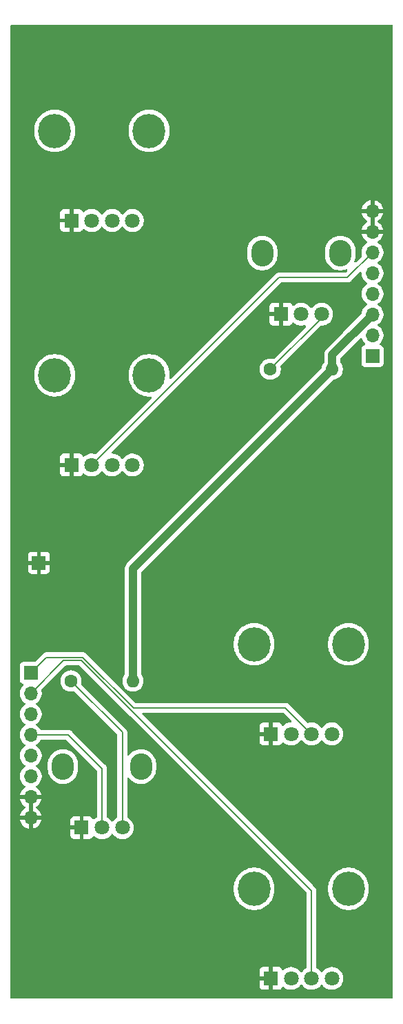
<source format=gbl>
%TF.GenerationSoftware,KiCad,Pcbnew,9.0.4*%
%TF.CreationDate,2025-10-04T20:57:17+02:00*%
%TF.ProjectId,DMH_Dual_VCA_Mk2_PCB_2,444d485f-4475-4616-9c5f-5643415f4d6b,1*%
%TF.SameCoordinates,Original*%
%TF.FileFunction,Copper,L2,Bot*%
%TF.FilePolarity,Positive*%
%FSLAX46Y46*%
G04 Gerber Fmt 4.6, Leading zero omitted, Abs format (unit mm)*
G04 Created by KiCad (PCBNEW 9.0.4) date 2025-10-04 20:57:17*
%MOMM*%
%LPD*%
G01*
G04 APERTURE LIST*
%TA.AperFunction,ComponentPad*%
%ADD10O,2.720000X3.240000*%
%TD*%
%TA.AperFunction,ComponentPad*%
%ADD11R,1.800000X1.800000*%
%TD*%
%TA.AperFunction,ComponentPad*%
%ADD12C,1.800000*%
%TD*%
%TA.AperFunction,ComponentPad*%
%ADD13C,1.600000*%
%TD*%
%TA.AperFunction,ComponentPad*%
%ADD14O,1.600000X1.600000*%
%TD*%
%TA.AperFunction,ComponentPad*%
%ADD15O,4.000000X4.200000*%
%TD*%
%TA.AperFunction,ComponentPad*%
%ADD16R,1.700000X1.700000*%
%TD*%
%TA.AperFunction,ComponentPad*%
%ADD17O,1.700000X1.700000*%
%TD*%
%TA.AperFunction,Conductor*%
%ADD18C,1.000000*%
%TD*%
%TA.AperFunction,Conductor*%
%ADD19C,0.200000*%
%TD*%
G04 APERTURE END LIST*
D10*
%TO.P,RV1,*%
%TO.N,*%
X82450000Y-71000000D03*
X92050000Y-71000000D03*
D11*
%TO.P,RV1,1,1*%
%TO.N,GND*%
X84750000Y-78500000D03*
D12*
%TO.P,RV1,2,2*%
%TO.N,/Inputs and Outputs/Offset A Pot*%
X87250000Y-78500000D03*
%TO.P,RV1,3,3*%
%TO.N,Net-(R21-Pad1)*%
X89750000Y-78500000D03*
%TD*%
D13*
%TO.P,R21,1*%
%TO.N,Net-(R21-Pad1)*%
X83440000Y-85250000D03*
D14*
%TO.P,R21,2*%
%TO.N,+12V*%
X91060000Y-85250000D03*
%TD*%
D15*
%TO.P,RV6,*%
%TO.N,*%
X81450000Y-149000000D03*
D12*
X91000000Y-160000000D03*
D15*
X93050000Y-149000000D03*
D11*
%TO.P,RV6,1,1*%
%TO.N,GND*%
X83500000Y-160000000D03*
D12*
%TO.P,RV6,2,2*%
%TO.N,/Inputs and Outputs/CV 2 B Pot*%
X86000000Y-160000000D03*
%TO.P,RV6,3,3*%
%TO.N,/Inputs and Outputs/CV 2 B Jack*%
X88500000Y-160000000D03*
%TD*%
D15*
%TO.P,RV2,*%
%TO.N,*%
X56950000Y-56000000D03*
D12*
X66500000Y-67000000D03*
D15*
X68550000Y-56000000D03*
D11*
%TO.P,RV2,1,1*%
%TO.N,GND*%
X59000000Y-67000000D03*
D12*
%TO.P,RV2,2,2*%
%TO.N,/Inputs and Outputs/CV 1 A Pot*%
X61500000Y-67000000D03*
%TO.P,RV2,3,3*%
%TO.N,/Inputs and Outputs/CV 1 A Jack*%
X64000000Y-67000000D03*
%TD*%
D15*
%TO.P,RV3,*%
%TO.N,*%
X56950000Y-86000000D03*
D12*
X66500000Y-97000000D03*
D15*
X68550000Y-86000000D03*
D11*
%TO.P,RV3,1,1*%
%TO.N,GND*%
X59000000Y-97000000D03*
D12*
%TO.P,RV3,2,2*%
%TO.N,/Inputs and Outputs/CV 2 A Pot*%
X61500000Y-97000000D03*
%TO.P,RV3,3,3*%
%TO.N,/Inputs and Outputs/CV 2 A Jack*%
X64000000Y-97000000D03*
%TD*%
D16*
%TO.P,J0,1,Pin_1*%
%TO.N,GND*%
X55000000Y-109000000D03*
%TD*%
D10*
%TO.P,RV4,*%
%TO.N,*%
X57950000Y-134000000D03*
X67550000Y-134000000D03*
D11*
%TO.P,RV4,1,1*%
%TO.N,GND*%
X60250000Y-141500000D03*
D12*
%TO.P,RV4,2,2*%
%TO.N,/Inputs and Outputs/Offset B Pot*%
X62750000Y-141500000D03*
%TO.P,RV4,3,3*%
%TO.N,Net-(R40-Pad1)*%
X65250000Y-141500000D03*
%TD*%
D15*
%TO.P,RV5,*%
%TO.N,*%
X81450000Y-119000000D03*
D12*
X91000000Y-130000000D03*
D15*
X93050000Y-119000000D03*
D11*
%TO.P,RV5,1,1*%
%TO.N,GND*%
X83500000Y-130000000D03*
D12*
%TO.P,RV5,2,2*%
%TO.N,/Inputs and Outputs/CV 1 B Pot*%
X86000000Y-130000000D03*
%TO.P,RV5,3,3*%
%TO.N,/Inputs and Outputs/CV 1 B Jack*%
X88500000Y-130000000D03*
%TD*%
D13*
%TO.P,R40,1*%
%TO.N,Net-(R40-Pad1)*%
X58940000Y-123500000D03*
D14*
%TO.P,R40,2*%
%TO.N,+12V*%
X66560000Y-123500000D03*
%TD*%
D16*
%TO.P,J60,1,Pin_1*%
%TO.N,/Inputs and Outputs/CV 1 B Jack*%
X54000000Y-122500000D03*
D17*
%TO.P,J60,2,Pin_2*%
%TO.N,/Inputs and Outputs/CV 2 B Jack*%
X54000000Y-125040000D03*
%TO.P,J60,3,Pin_3*%
%TO.N,+12V*%
X54000000Y-127580000D03*
%TO.P,J60,4,Pin_4*%
%TO.N,/Inputs and Outputs/Offset B Pot*%
X54000000Y-130120000D03*
%TO.P,J60,5,Pin_5*%
%TO.N,/Inputs and Outputs/CV 1 B Pot*%
X54000000Y-132660000D03*
%TO.P,J60,6,Pin_6*%
%TO.N,/Inputs and Outputs/CV 2 B Pot*%
X54000000Y-135200000D03*
%TO.P,J60,7,Pin_7*%
%TO.N,GND*%
X54000000Y-137740000D03*
%TO.P,J60,8,Pin_8*%
X54000000Y-140280000D03*
%TD*%
D16*
%TO.P,J50,1,Pin_1*%
%TO.N,/Inputs and Outputs/CV 1 A Jack*%
X96000000Y-83620000D03*
D17*
%TO.P,J50,2,Pin_2*%
%TO.N,/Inputs and Outputs/CV 2 A Jack*%
X96000000Y-81080000D03*
%TO.P,J50,3,Pin_3*%
%TO.N,+12V*%
X96000000Y-78540000D03*
%TO.P,J50,4,Pin_4*%
%TO.N,/Inputs and Outputs/Offset A Pot*%
X96000000Y-76000000D03*
%TO.P,J50,5,Pin_5*%
%TO.N,/Inputs and Outputs/CV 1 A Pot*%
X96000000Y-73460000D03*
%TO.P,J50,6,Pin_6*%
%TO.N,/Inputs and Outputs/CV 2 A Pot*%
X96000000Y-70920000D03*
%TO.P,J50,7,Pin_7*%
%TO.N,GND*%
X96000000Y-68380000D03*
%TO.P,J50,8,Pin_8*%
X96000000Y-65840000D03*
%TD*%
D18*
%TO.N,+12V*%
X91060000Y-85250000D02*
X91060000Y-83480000D01*
X91060000Y-83480000D02*
X96000000Y-78540000D01*
X66560000Y-123500000D02*
X66560000Y-109750000D01*
X66560000Y-109750000D02*
X91060000Y-85250000D01*
D19*
%TO.N,Net-(R21-Pad1)*%
X89750000Y-78940000D02*
X89750000Y-78500000D01*
X83440000Y-85250000D02*
X89750000Y-78940000D01*
%TO.N,Net-(R40-Pad1)*%
X65250000Y-129810000D02*
X65250000Y-141500000D01*
X58940000Y-123500000D02*
X65250000Y-129810000D01*
%TO.N,/Inputs and Outputs/CV 2 A Pot*%
X61500000Y-97000000D02*
X84500000Y-74000000D01*
X92920000Y-74000000D02*
X96000000Y-70920000D01*
X84500000Y-74000000D02*
X92920000Y-74000000D01*
%TO.N,/Inputs and Outputs/Offset B Pot*%
X58620000Y-130120000D02*
X62750000Y-134250000D01*
X54000000Y-130120000D02*
X58620000Y-130120000D01*
X62750000Y-134250000D02*
X62750000Y-141500000D01*
%TO.N,/Inputs and Outputs/CV 1 B Jack*%
X54000000Y-122500000D02*
X55900000Y-120600000D01*
X85300000Y-126800000D02*
X88500000Y-130000000D01*
X60417100Y-120600000D02*
X66617100Y-126800000D01*
X66617100Y-126800000D02*
X85300000Y-126800000D01*
X55900000Y-120600000D02*
X60417100Y-120600000D01*
%TO.N,/Inputs and Outputs/CV 2 B Jack*%
X66451000Y-127201000D02*
X88500000Y-149250000D01*
X58039000Y-121001000D02*
X60251000Y-121001000D01*
X54000000Y-125040000D02*
X58039000Y-121001000D01*
X88500000Y-149250000D02*
X88500000Y-160000000D01*
X60251000Y-121001000D02*
X66216100Y-126966100D01*
X66216100Y-126966100D02*
X66451000Y-127201000D01*
%TD*%
%TA.AperFunction,Conductor*%
%TO.N,GND*%
G36*
X54250000Y-139846988D02*
G01*
X54192993Y-139814075D01*
X54065826Y-139780000D01*
X53934174Y-139780000D01*
X53807007Y-139814075D01*
X53750000Y-139846988D01*
X53750000Y-138173012D01*
X53807007Y-138205925D01*
X53934174Y-138240000D01*
X54065826Y-138240000D01*
X54192993Y-138205925D01*
X54250000Y-138173012D01*
X54250000Y-139846988D01*
G37*
%TD.AperFunction*%
%TA.AperFunction,Conductor*%
G36*
X96250000Y-67946988D02*
G01*
X96192993Y-67914075D01*
X96065826Y-67880000D01*
X95934174Y-67880000D01*
X95807007Y-67914075D01*
X95750000Y-67946988D01*
X95750000Y-66273012D01*
X95807007Y-66305925D01*
X95934174Y-66340000D01*
X96065826Y-66340000D01*
X96192993Y-66305925D01*
X96250000Y-66273012D01*
X96250000Y-67946988D01*
G37*
%TD.AperFunction*%
%TA.AperFunction,Conductor*%
G36*
X98442539Y-43020185D02*
G01*
X98488294Y-43072989D01*
X98499500Y-43124500D01*
X98499500Y-162375500D01*
X98479815Y-162442539D01*
X98427011Y-162488294D01*
X98375500Y-162499500D01*
X51624500Y-162499500D01*
X51557461Y-162479815D01*
X51511706Y-162427011D01*
X51500500Y-162375500D01*
X51500500Y-148759568D01*
X78949500Y-148759568D01*
X78949500Y-149240431D01*
X78980942Y-149519494D01*
X78980945Y-149519512D01*
X79043439Y-149793317D01*
X79043443Y-149793329D01*
X79136200Y-150058411D01*
X79258053Y-150311442D01*
X79258055Y-150311445D01*
X79407477Y-150549248D01*
X79582584Y-150768825D01*
X79781175Y-150967416D01*
X80000752Y-151142523D01*
X80238555Y-151291945D01*
X80491592Y-151413801D01*
X80690680Y-151483465D01*
X80756670Y-151506556D01*
X80756682Y-151506560D01*
X81030491Y-151569055D01*
X81030497Y-151569055D01*
X81030505Y-151569057D01*
X81216547Y-151590018D01*
X81309569Y-151600499D01*
X81309572Y-151600500D01*
X81309575Y-151600500D01*
X81590428Y-151600500D01*
X81590429Y-151600499D01*
X81733055Y-151584429D01*
X81869494Y-151569057D01*
X81869499Y-151569056D01*
X81869509Y-151569055D01*
X82143318Y-151506560D01*
X82408408Y-151413801D01*
X82661445Y-151291945D01*
X82899248Y-151142523D01*
X83118825Y-150967416D01*
X83317416Y-150768825D01*
X83492523Y-150549248D01*
X83641945Y-150311445D01*
X83763801Y-150058408D01*
X83856560Y-149793318D01*
X83919055Y-149519509D01*
X83950500Y-149240425D01*
X83950500Y-148759575D01*
X83919055Y-148480491D01*
X83856560Y-148206682D01*
X83763801Y-147941592D01*
X83641945Y-147688555D01*
X83492523Y-147450752D01*
X83317416Y-147231175D01*
X83118825Y-147032584D01*
X82899248Y-146857477D01*
X82661445Y-146708055D01*
X82661442Y-146708053D01*
X82408411Y-146586200D01*
X82143329Y-146493443D01*
X82143317Y-146493439D01*
X81869512Y-146430945D01*
X81869494Y-146430942D01*
X81590431Y-146399500D01*
X81590425Y-146399500D01*
X81309575Y-146399500D01*
X81309568Y-146399500D01*
X81030505Y-146430942D01*
X81030487Y-146430945D01*
X80756682Y-146493439D01*
X80756670Y-146493443D01*
X80491588Y-146586200D01*
X80238557Y-146708053D01*
X80000753Y-146857476D01*
X79781175Y-147032583D01*
X79582583Y-147231175D01*
X79407476Y-147450753D01*
X79258053Y-147688557D01*
X79136200Y-147941588D01*
X79043443Y-148206670D01*
X79043439Y-148206682D01*
X78980945Y-148480487D01*
X78980942Y-148480505D01*
X78949500Y-148759568D01*
X51500500Y-148759568D01*
X51500500Y-121602135D01*
X52649500Y-121602135D01*
X52649500Y-123397870D01*
X52649501Y-123397876D01*
X52655908Y-123457483D01*
X52706202Y-123592328D01*
X52706206Y-123592335D01*
X52792452Y-123707544D01*
X52792455Y-123707547D01*
X52907664Y-123793793D01*
X52907671Y-123793797D01*
X53039082Y-123842810D01*
X53095016Y-123884681D01*
X53119433Y-123950145D01*
X53104582Y-124018418D01*
X53083431Y-124046673D01*
X52969889Y-124160215D01*
X52844951Y-124332179D01*
X52748444Y-124521585D01*
X52682753Y-124723760D01*
X52649500Y-124933713D01*
X52649500Y-125146286D01*
X52682753Y-125356239D01*
X52748444Y-125558414D01*
X52844951Y-125747820D01*
X52969890Y-125919786D01*
X53120213Y-126070109D01*
X53292182Y-126195050D01*
X53300946Y-126199516D01*
X53351742Y-126247491D01*
X53368536Y-126315312D01*
X53345998Y-126381447D01*
X53300946Y-126420484D01*
X53292182Y-126424949D01*
X53120213Y-126549890D01*
X52969890Y-126700213D01*
X52844951Y-126872179D01*
X52748444Y-127061585D01*
X52682753Y-127263760D01*
X52649500Y-127473713D01*
X52649500Y-127686286D01*
X52682753Y-127896239D01*
X52748444Y-128098414D01*
X52844951Y-128287820D01*
X52969890Y-128459786D01*
X53120213Y-128610109D01*
X53292182Y-128735050D01*
X53300946Y-128739516D01*
X53351742Y-128787491D01*
X53368536Y-128855312D01*
X53345998Y-128921447D01*
X53300946Y-128960484D01*
X53292182Y-128964949D01*
X53120213Y-129089890D01*
X52969890Y-129240213D01*
X52844951Y-129412179D01*
X52748444Y-129601585D01*
X52682753Y-129803760D01*
X52667661Y-129899047D01*
X52649500Y-130013713D01*
X52649500Y-130226287D01*
X52682754Y-130436243D01*
X52692398Y-130465925D01*
X52748444Y-130638414D01*
X52844951Y-130827820D01*
X52969890Y-130999786D01*
X53120213Y-131150109D01*
X53292182Y-131275050D01*
X53300946Y-131279516D01*
X53351742Y-131327491D01*
X53368536Y-131395312D01*
X53345998Y-131461447D01*
X53300946Y-131500484D01*
X53292182Y-131504949D01*
X53120213Y-131629890D01*
X52969890Y-131780213D01*
X52844951Y-131952179D01*
X52748444Y-132141585D01*
X52682753Y-132343760D01*
X52652728Y-132533334D01*
X52649500Y-132553713D01*
X52649500Y-132766287D01*
X52682754Y-132976243D01*
X52736179Y-133140669D01*
X52748444Y-133178414D01*
X52844951Y-133367820D01*
X52969890Y-133539786D01*
X53120213Y-133690109D01*
X53292182Y-133815050D01*
X53300946Y-133819516D01*
X53351742Y-133867491D01*
X53368536Y-133935312D01*
X53345998Y-134001447D01*
X53300946Y-134040484D01*
X53292182Y-134044949D01*
X53120213Y-134169890D01*
X52969890Y-134320213D01*
X52844951Y-134492179D01*
X52748444Y-134681585D01*
X52682753Y-134883760D01*
X52649500Y-135093713D01*
X52649500Y-135306286D01*
X52678494Y-135489350D01*
X52682754Y-135516243D01*
X52730048Y-135661799D01*
X52748444Y-135718414D01*
X52844951Y-135907820D01*
X52969890Y-136079786D01*
X53120213Y-136230109D01*
X53292179Y-136355048D01*
X53292181Y-136355049D01*
X53292184Y-136355051D01*
X53301493Y-136359794D01*
X53352290Y-136407766D01*
X53369087Y-136475587D01*
X53346552Y-136541722D01*
X53301502Y-136580762D01*
X53292443Y-136585378D01*
X53120540Y-136710272D01*
X53120535Y-136710276D01*
X52970276Y-136860535D01*
X52970272Y-136860540D01*
X52845379Y-137032442D01*
X52748904Y-137221782D01*
X52683242Y-137423870D01*
X52683242Y-137423873D01*
X52672769Y-137490000D01*
X53566988Y-137490000D01*
X53534075Y-137547007D01*
X53500000Y-137674174D01*
X53500000Y-137805826D01*
X53534075Y-137932993D01*
X53566988Y-137990000D01*
X52672769Y-137990000D01*
X52683242Y-138056126D01*
X52683242Y-138056129D01*
X52748904Y-138258217D01*
X52845379Y-138447557D01*
X52970272Y-138619459D01*
X52970276Y-138619464D01*
X53120535Y-138769723D01*
X53120540Y-138769727D01*
X53292444Y-138894622D01*
X53302048Y-138899516D01*
X53352844Y-138947491D01*
X53369638Y-139015312D01*
X53347100Y-139081447D01*
X53302048Y-139120484D01*
X53292444Y-139125377D01*
X53120540Y-139250272D01*
X53120535Y-139250276D01*
X52970276Y-139400535D01*
X52970272Y-139400540D01*
X52845379Y-139572442D01*
X52748904Y-139761782D01*
X52683242Y-139963870D01*
X52683242Y-139963873D01*
X52672769Y-140030000D01*
X53566988Y-140030000D01*
X53534075Y-140087007D01*
X53500000Y-140214174D01*
X53500000Y-140345826D01*
X53534075Y-140472993D01*
X53566988Y-140530000D01*
X52672769Y-140530000D01*
X52683242Y-140596126D01*
X52683242Y-140596129D01*
X52748904Y-140798217D01*
X52845379Y-140987557D01*
X52970272Y-141159459D01*
X52970276Y-141159464D01*
X53120535Y-141309723D01*
X53120540Y-141309727D01*
X53292442Y-141434620D01*
X53481782Y-141531095D01*
X53683871Y-141596757D01*
X53750000Y-141607231D01*
X53750000Y-140713012D01*
X53807007Y-140745925D01*
X53934174Y-140780000D01*
X54065826Y-140780000D01*
X54192993Y-140745925D01*
X54250000Y-140713012D01*
X54250000Y-141607230D01*
X54316126Y-141596757D01*
X54316129Y-141596757D01*
X54365527Y-141580707D01*
X54518217Y-141531095D01*
X54707557Y-141434620D01*
X54879459Y-141309727D01*
X54879464Y-141309723D01*
X55029723Y-141159464D01*
X55029727Y-141159459D01*
X55154620Y-140987557D01*
X55251095Y-140798217D01*
X55316757Y-140596129D01*
X55316757Y-140596126D01*
X55327231Y-140530000D01*
X54433012Y-140530000D01*
X54465925Y-140472993D01*
X54500000Y-140345826D01*
X54500000Y-140214174D01*
X54465925Y-140087007D01*
X54433012Y-140030000D01*
X55327231Y-140030000D01*
X55316757Y-139963873D01*
X55316757Y-139963870D01*
X55251095Y-139761782D01*
X55154620Y-139572442D01*
X55029727Y-139400540D01*
X55029723Y-139400535D01*
X54879464Y-139250276D01*
X54879459Y-139250272D01*
X54707558Y-139125379D01*
X54697954Y-139120486D01*
X54647157Y-139072512D01*
X54630361Y-139004692D01*
X54652897Y-138938556D01*
X54697954Y-138899514D01*
X54707558Y-138894620D01*
X54879459Y-138769727D01*
X54879464Y-138769723D01*
X55029723Y-138619464D01*
X55029727Y-138619459D01*
X55154620Y-138447557D01*
X55251095Y-138258217D01*
X55316757Y-138056129D01*
X55316757Y-138056126D01*
X55327231Y-137990000D01*
X54433012Y-137990000D01*
X54465925Y-137932993D01*
X54500000Y-137805826D01*
X54500000Y-137674174D01*
X54465925Y-137547007D01*
X54433012Y-137490000D01*
X55327231Y-137490000D01*
X55316757Y-137423873D01*
X55316757Y-137423870D01*
X55251095Y-137221782D01*
X55154620Y-137032442D01*
X55029727Y-136860540D01*
X55029723Y-136860535D01*
X54879464Y-136710276D01*
X54879459Y-136710272D01*
X54707555Y-136585377D01*
X54698500Y-136580763D01*
X54647706Y-136532788D01*
X54630912Y-136464966D01*
X54653451Y-136398832D01*
X54698508Y-136359793D01*
X54707816Y-136355051D01*
X54787007Y-136297515D01*
X54879786Y-136230109D01*
X54879788Y-136230106D01*
X54879792Y-136230104D01*
X55030104Y-136079792D01*
X55030106Y-136079788D01*
X55030109Y-136079786D01*
X55155048Y-135907820D01*
X55155047Y-135907820D01*
X55155051Y-135907816D01*
X55251557Y-135718412D01*
X55317246Y-135516243D01*
X55350500Y-135306287D01*
X55350500Y-135093713D01*
X55317246Y-134883757D01*
X55251557Y-134681588D01*
X55155051Y-134492184D01*
X55155049Y-134492181D01*
X55155048Y-134492179D01*
X55030109Y-134320213D01*
X54879786Y-134169890D01*
X54707820Y-134044951D01*
X54707115Y-134044591D01*
X54699054Y-134040485D01*
X54648259Y-133992512D01*
X54631463Y-133924692D01*
X54653999Y-133858556D01*
X54699054Y-133819515D01*
X54707816Y-133815051D01*
X54770540Y-133769480D01*
X54879786Y-133690109D01*
X54879788Y-133690106D01*
X54879792Y-133690104D01*
X54951848Y-133618048D01*
X56089500Y-133618048D01*
X56089500Y-134381951D01*
X56104876Y-134498735D01*
X56121334Y-134623744D01*
X56184456Y-134859320D01*
X56184459Y-134859330D01*
X56277786Y-135084640D01*
X56277791Y-135084651D01*
X56399727Y-135295848D01*
X56399738Y-135295864D01*
X56548199Y-135489343D01*
X56548205Y-135489350D01*
X56720649Y-135661794D01*
X56720655Y-135661799D01*
X56914144Y-135810268D01*
X56914151Y-135810272D01*
X57125348Y-135932208D01*
X57125353Y-135932210D01*
X57125356Y-135932212D01*
X57350679Y-136025544D01*
X57586256Y-136088666D01*
X57828056Y-136120500D01*
X57828063Y-136120500D01*
X58071937Y-136120500D01*
X58071944Y-136120500D01*
X58313744Y-136088666D01*
X58549321Y-136025544D01*
X58774644Y-135932212D01*
X58985856Y-135810268D01*
X59179345Y-135661799D01*
X59351799Y-135489345D01*
X59500268Y-135295856D01*
X59622212Y-135084644D01*
X59715544Y-134859321D01*
X59778666Y-134623744D01*
X59810500Y-134381944D01*
X59810500Y-133618056D01*
X59778666Y-133376256D01*
X59715544Y-133140679D01*
X59622212Y-132915356D01*
X59622210Y-132915353D01*
X59622208Y-132915348D01*
X59500272Y-132704151D01*
X59500268Y-132704144D01*
X59435676Y-132619966D01*
X59351800Y-132510656D01*
X59351794Y-132510649D01*
X59179350Y-132338205D01*
X59179343Y-132338199D01*
X58985864Y-132189738D01*
X58985862Y-132189736D01*
X58985856Y-132189732D01*
X58985851Y-132189729D01*
X58985848Y-132189727D01*
X58774651Y-132067791D01*
X58774640Y-132067786D01*
X58549330Y-131974459D01*
X58549323Y-131974457D01*
X58549321Y-131974456D01*
X58313744Y-131911334D01*
X58273333Y-131906013D01*
X58071951Y-131879500D01*
X58071944Y-131879500D01*
X57828056Y-131879500D01*
X57828048Y-131879500D01*
X57597896Y-131909801D01*
X57586256Y-131911334D01*
X57433819Y-131952179D01*
X57350679Y-131974456D01*
X57350669Y-131974459D01*
X57125359Y-132067786D01*
X57125348Y-132067791D01*
X56914151Y-132189727D01*
X56914135Y-132189738D01*
X56720656Y-132338199D01*
X56720649Y-132338205D01*
X56548205Y-132510649D01*
X56548199Y-132510656D01*
X56399738Y-132704135D01*
X56399727Y-132704151D01*
X56277791Y-132915348D01*
X56277786Y-132915359D01*
X56184459Y-133140669D01*
X56184456Y-133140679D01*
X56123595Y-133367820D01*
X56121335Y-133376253D01*
X56121333Y-133376264D01*
X56089500Y-133618048D01*
X54951848Y-133618048D01*
X55030104Y-133539792D01*
X55155051Y-133367816D01*
X55251557Y-133178412D01*
X55317246Y-132976243D01*
X55350500Y-132766287D01*
X55350500Y-132553713D01*
X55317246Y-132343757D01*
X55251557Y-132141588D01*
X55155051Y-131952184D01*
X55155049Y-131952181D01*
X55155048Y-131952179D01*
X55030109Y-131780213D01*
X54879786Y-131629890D01*
X54707820Y-131504951D01*
X54707115Y-131504591D01*
X54699054Y-131500485D01*
X54648259Y-131452512D01*
X54631463Y-131384692D01*
X54653999Y-131318556D01*
X54699054Y-131279515D01*
X54707816Y-131275051D01*
X54814123Y-131197815D01*
X54879786Y-131150109D01*
X54879788Y-131150106D01*
X54879792Y-131150104D01*
X55030104Y-130999792D01*
X55030106Y-130999788D01*
X55030109Y-130999786D01*
X55093628Y-130912358D01*
X55155051Y-130827816D01*
X55155349Y-130827230D01*
X55175235Y-130788205D01*
X55223209Y-130737409D01*
X55285719Y-130720500D01*
X58319903Y-130720500D01*
X58386942Y-130740185D01*
X58407584Y-130756819D01*
X62113181Y-134462416D01*
X62146666Y-134523739D01*
X62149500Y-134550097D01*
X62149500Y-140158164D01*
X62129815Y-140225203D01*
X62081796Y-140268648D01*
X62015976Y-140302185D01*
X61837641Y-140431752D01*
X61837635Y-140431757D01*
X61816207Y-140453185D01*
X61754884Y-140486669D01*
X61685192Y-140481683D01*
X61629259Y-140439810D01*
X61612346Y-140408834D01*
X61593355Y-140357915D01*
X61593350Y-140357906D01*
X61507190Y-140242812D01*
X61507187Y-140242809D01*
X61392093Y-140156649D01*
X61392086Y-140156645D01*
X61257379Y-140106403D01*
X61257372Y-140106401D01*
X61197844Y-140100000D01*
X60500000Y-140100000D01*
X60500000Y-141066988D01*
X60442993Y-141034075D01*
X60315826Y-141000000D01*
X60184174Y-141000000D01*
X60057007Y-141034075D01*
X60000000Y-141066988D01*
X60000000Y-140100000D01*
X59302155Y-140100000D01*
X59242627Y-140106401D01*
X59242620Y-140106403D01*
X59107913Y-140156645D01*
X59107906Y-140156649D01*
X58992812Y-140242809D01*
X58992809Y-140242812D01*
X58906649Y-140357906D01*
X58906645Y-140357913D01*
X58856403Y-140492620D01*
X58856401Y-140492627D01*
X58850000Y-140552155D01*
X58850000Y-141250000D01*
X59816988Y-141250000D01*
X59784075Y-141307007D01*
X59750000Y-141434174D01*
X59750000Y-141565826D01*
X59784075Y-141692993D01*
X59816988Y-141750000D01*
X58850000Y-141750000D01*
X58850000Y-142447844D01*
X58856401Y-142507372D01*
X58856403Y-142507379D01*
X58906645Y-142642086D01*
X58906649Y-142642093D01*
X58992809Y-142757187D01*
X58992812Y-142757190D01*
X59107906Y-142843350D01*
X59107913Y-142843354D01*
X59242620Y-142893596D01*
X59242627Y-142893598D01*
X59302155Y-142899999D01*
X59302172Y-142900000D01*
X60000000Y-142900000D01*
X60000000Y-141933012D01*
X60057007Y-141965925D01*
X60184174Y-142000000D01*
X60315826Y-142000000D01*
X60442993Y-141965925D01*
X60500000Y-141933012D01*
X60500000Y-142900000D01*
X61197828Y-142900000D01*
X61197844Y-142899999D01*
X61257372Y-142893598D01*
X61257379Y-142893596D01*
X61392086Y-142843354D01*
X61392093Y-142843350D01*
X61507187Y-142757190D01*
X61507190Y-142757187D01*
X61593350Y-142642093D01*
X61593353Y-142642088D01*
X61612345Y-142591166D01*
X61654215Y-142535232D01*
X61719679Y-142510813D01*
X61787952Y-142525663D01*
X61816209Y-142546816D01*
X61837636Y-142568243D01*
X61837641Y-142568247D01*
X61993192Y-142681260D01*
X62015978Y-142697815D01*
X62132501Y-142757187D01*
X62212393Y-142797895D01*
X62212396Y-142797896D01*
X62317221Y-142831955D01*
X62422049Y-142866015D01*
X62639778Y-142900500D01*
X62639779Y-142900500D01*
X62860221Y-142900500D01*
X62860222Y-142900500D01*
X63077951Y-142866015D01*
X63287606Y-142797895D01*
X63484022Y-142697815D01*
X63662365Y-142568242D01*
X63818242Y-142412365D01*
X63899682Y-142300270D01*
X63955011Y-142257606D01*
X64024624Y-142251627D01*
X64086420Y-142284232D01*
X64100313Y-142300265D01*
X64181753Y-142412358D01*
X64181758Y-142412365D01*
X64337636Y-142568243D01*
X64337641Y-142568247D01*
X64493192Y-142681260D01*
X64515978Y-142697815D01*
X64632501Y-142757187D01*
X64712393Y-142797895D01*
X64712396Y-142797896D01*
X64817221Y-142831955D01*
X64922049Y-142866015D01*
X65139778Y-142900500D01*
X65139779Y-142900500D01*
X65360221Y-142900500D01*
X65360222Y-142900500D01*
X65577951Y-142866015D01*
X65787606Y-142797895D01*
X65984022Y-142697815D01*
X66162365Y-142568242D01*
X66318242Y-142412365D01*
X66447815Y-142234022D01*
X66547895Y-142037606D01*
X66616015Y-141827951D01*
X66650500Y-141610222D01*
X66650500Y-141389778D01*
X66616015Y-141172049D01*
X66547895Y-140962394D01*
X66547895Y-140962393D01*
X66513237Y-140894375D01*
X66447815Y-140765978D01*
X66385421Y-140680099D01*
X66318247Y-140587641D01*
X66318243Y-140587636D01*
X66162363Y-140431756D01*
X66162358Y-140431752D01*
X65984023Y-140302185D01*
X65918204Y-140268648D01*
X65867409Y-140220674D01*
X65850500Y-140158164D01*
X65850500Y-135466665D01*
X65870185Y-135399626D01*
X65922989Y-135353871D01*
X65992147Y-135343927D01*
X66055703Y-135372952D01*
X66072874Y-135391177D01*
X66099396Y-135425741D01*
X66148199Y-135489343D01*
X66148205Y-135489350D01*
X66320649Y-135661794D01*
X66320655Y-135661799D01*
X66514144Y-135810268D01*
X66514151Y-135810272D01*
X66725348Y-135932208D01*
X66725353Y-135932210D01*
X66725356Y-135932212D01*
X66950679Y-136025544D01*
X67186256Y-136088666D01*
X67428056Y-136120500D01*
X67428063Y-136120500D01*
X67671937Y-136120500D01*
X67671944Y-136120500D01*
X67913744Y-136088666D01*
X68149321Y-136025544D01*
X68374644Y-135932212D01*
X68585856Y-135810268D01*
X68779345Y-135661799D01*
X68951799Y-135489345D01*
X69100268Y-135295856D01*
X69222212Y-135084644D01*
X69315544Y-134859321D01*
X69378666Y-134623744D01*
X69410500Y-134381944D01*
X69410500Y-133618056D01*
X69378666Y-133376256D01*
X69315544Y-133140679D01*
X69222212Y-132915356D01*
X69222210Y-132915353D01*
X69222208Y-132915348D01*
X69100272Y-132704151D01*
X69100268Y-132704144D01*
X69035676Y-132619966D01*
X68951800Y-132510656D01*
X68951794Y-132510649D01*
X68779350Y-132338205D01*
X68779343Y-132338199D01*
X68585864Y-132189738D01*
X68585862Y-132189736D01*
X68585856Y-132189732D01*
X68585851Y-132189729D01*
X68585848Y-132189727D01*
X68374651Y-132067791D01*
X68374640Y-132067786D01*
X68149330Y-131974459D01*
X68149323Y-131974457D01*
X68149321Y-131974456D01*
X67913744Y-131911334D01*
X67873333Y-131906013D01*
X67671951Y-131879500D01*
X67671944Y-131879500D01*
X67428056Y-131879500D01*
X67428048Y-131879500D01*
X67197896Y-131909801D01*
X67186256Y-131911334D01*
X67033819Y-131952179D01*
X66950679Y-131974456D01*
X66950669Y-131974459D01*
X66725359Y-132067786D01*
X66725348Y-132067791D01*
X66514151Y-132189727D01*
X66514135Y-132189738D01*
X66320656Y-132338199D01*
X66320649Y-132338205D01*
X66148205Y-132510649D01*
X66148199Y-132510656D01*
X66072876Y-132608820D01*
X66016448Y-132650023D01*
X65946702Y-132654178D01*
X65885782Y-132619966D01*
X65853029Y-132558249D01*
X65850500Y-132533334D01*
X65850500Y-129899060D01*
X65850501Y-129899047D01*
X65850501Y-129730944D01*
X65834720Y-129672049D01*
X65809577Y-129578216D01*
X65799304Y-129560423D01*
X65730524Y-129441290D01*
X65730518Y-129441282D01*
X60234077Y-123944842D01*
X60200592Y-123883519D01*
X60203828Y-123818841D01*
X60208477Y-123804534D01*
X60240500Y-123602352D01*
X60240500Y-123397648D01*
X60208477Y-123195466D01*
X60145220Y-123000781D01*
X60145218Y-123000778D01*
X60145218Y-123000776D01*
X60063432Y-122840264D01*
X60052287Y-122818390D01*
X60044556Y-122807749D01*
X59931971Y-122652786D01*
X59787213Y-122508028D01*
X59621613Y-122387715D01*
X59621612Y-122387714D01*
X59621610Y-122387713D01*
X59564653Y-122358691D01*
X59439223Y-122294781D01*
X59244534Y-122231522D01*
X59069995Y-122203878D01*
X59042352Y-122199500D01*
X58837648Y-122199500D01*
X58813329Y-122203351D01*
X58635465Y-122231522D01*
X58440776Y-122294781D01*
X58258386Y-122387715D01*
X58092786Y-122508028D01*
X57948028Y-122652786D01*
X57827715Y-122818386D01*
X57734781Y-123000776D01*
X57671522Y-123195465D01*
X57639500Y-123397648D01*
X57639500Y-123602351D01*
X57671522Y-123804534D01*
X57734781Y-123999223D01*
X57827715Y-124181613D01*
X57948028Y-124347213D01*
X58092786Y-124491971D01*
X58247749Y-124604556D01*
X58258390Y-124612287D01*
X58374607Y-124671503D01*
X58440776Y-124705218D01*
X58440778Y-124705218D01*
X58440781Y-124705220D01*
X58545137Y-124739127D01*
X58635465Y-124768477D01*
X58736557Y-124784488D01*
X58837648Y-124800500D01*
X58837649Y-124800500D01*
X59042351Y-124800500D01*
X59042352Y-124800500D01*
X59244534Y-124768477D01*
X59258842Y-124763827D01*
X59328682Y-124761831D01*
X59384842Y-124794077D01*
X64613181Y-130022416D01*
X64646666Y-130083739D01*
X64649500Y-130110097D01*
X64649500Y-140158164D01*
X64629815Y-140225203D01*
X64581796Y-140268648D01*
X64515976Y-140302185D01*
X64337641Y-140431752D01*
X64337636Y-140431756D01*
X64181756Y-140587636D01*
X64181752Y-140587641D01*
X64100318Y-140699727D01*
X64044989Y-140742393D01*
X63975375Y-140748372D01*
X63913580Y-140715767D01*
X63899682Y-140699727D01*
X63818247Y-140587641D01*
X63818243Y-140587636D01*
X63662363Y-140431756D01*
X63662358Y-140431752D01*
X63484023Y-140302185D01*
X63418204Y-140268648D01*
X63367409Y-140220674D01*
X63350500Y-140158164D01*
X63350500Y-134339059D01*
X63350501Y-134339046D01*
X63350501Y-134170945D01*
X63350501Y-134170943D01*
X63309577Y-134018215D01*
X63269294Y-133948443D01*
X63230520Y-133881284D01*
X63118716Y-133769480D01*
X63118715Y-133769479D01*
X63114385Y-133765149D01*
X63114374Y-133765139D01*
X59107590Y-129758355D01*
X59107588Y-129758352D01*
X58988717Y-129639481D01*
X58988709Y-129639475D01*
X58882604Y-129578216D01*
X58882603Y-129578215D01*
X58882603Y-129578216D01*
X58851785Y-129560423D01*
X58699057Y-129519499D01*
X58540943Y-129519499D01*
X58533347Y-129519499D01*
X58533331Y-129519500D01*
X55285719Y-129519500D01*
X55218680Y-129499815D01*
X55175235Y-129451795D01*
X55155052Y-129412185D01*
X55155051Y-129412184D01*
X55030109Y-129240213D01*
X54879786Y-129089890D01*
X54707820Y-128964951D01*
X54707115Y-128964591D01*
X54699054Y-128960485D01*
X54648259Y-128912512D01*
X54631463Y-128844692D01*
X54653999Y-128778556D01*
X54699054Y-128739515D01*
X54707816Y-128735051D01*
X54815728Y-128656649D01*
X54879786Y-128610109D01*
X54879788Y-128610106D01*
X54879792Y-128610104D01*
X55030104Y-128459792D01*
X55030106Y-128459788D01*
X55030109Y-128459786D01*
X55155048Y-128287820D01*
X55155047Y-128287820D01*
X55155051Y-128287816D01*
X55251557Y-128098412D01*
X55317246Y-127896243D01*
X55350500Y-127686287D01*
X55350500Y-127473713D01*
X55317246Y-127263757D01*
X55251557Y-127061588D01*
X55155051Y-126872184D01*
X55155049Y-126872181D01*
X55155048Y-126872179D01*
X55030109Y-126700213D01*
X54879786Y-126549890D01*
X54707820Y-126424951D01*
X54707115Y-126424591D01*
X54699054Y-126420485D01*
X54648259Y-126372512D01*
X54631463Y-126304692D01*
X54653999Y-126238556D01*
X54699054Y-126199515D01*
X54707816Y-126195051D01*
X54751682Y-126163181D01*
X54879786Y-126070109D01*
X54879788Y-126070106D01*
X54879792Y-126070104D01*
X55030104Y-125919792D01*
X55030106Y-125919788D01*
X55030109Y-125919786D01*
X55155048Y-125747820D01*
X55155047Y-125747820D01*
X55155051Y-125747816D01*
X55251557Y-125558412D01*
X55317246Y-125356243D01*
X55350500Y-125146287D01*
X55350500Y-124933713D01*
X55317246Y-124723757D01*
X55303506Y-124681473D01*
X55301512Y-124611635D01*
X55333755Y-124555478D01*
X58251417Y-121637819D01*
X58312740Y-121604334D01*
X58339098Y-121601500D01*
X59950903Y-121601500D01*
X60017942Y-121621185D01*
X60038584Y-121637819D01*
X65735581Y-127334816D01*
X66089349Y-127688585D01*
X66089355Y-127688590D01*
X87863181Y-149462416D01*
X87896666Y-149523739D01*
X87899500Y-149550097D01*
X87899500Y-158658164D01*
X87879815Y-158725203D01*
X87831796Y-158768648D01*
X87765976Y-158802185D01*
X87587641Y-158931752D01*
X87587636Y-158931756D01*
X87431756Y-159087636D01*
X87431752Y-159087641D01*
X87350318Y-159199727D01*
X87294989Y-159242393D01*
X87225375Y-159248372D01*
X87163580Y-159215767D01*
X87149682Y-159199727D01*
X87068247Y-159087641D01*
X87068243Y-159087636D01*
X86912363Y-158931756D01*
X86912358Y-158931752D01*
X86734025Y-158802187D01*
X86734024Y-158802186D01*
X86734022Y-158802185D01*
X86668203Y-158768648D01*
X86537606Y-158702104D01*
X86537603Y-158702103D01*
X86327952Y-158633985D01*
X86219086Y-158616742D01*
X86110222Y-158599500D01*
X85889778Y-158599500D01*
X85817201Y-158610995D01*
X85672047Y-158633985D01*
X85462396Y-158702103D01*
X85462393Y-158702104D01*
X85265974Y-158802187D01*
X85087641Y-158931752D01*
X85087635Y-158931757D01*
X85066207Y-158953185D01*
X85004884Y-158986669D01*
X84935192Y-158981683D01*
X84879259Y-158939810D01*
X84862346Y-158908834D01*
X84843355Y-158857915D01*
X84843350Y-158857906D01*
X84757190Y-158742812D01*
X84757187Y-158742809D01*
X84642093Y-158656649D01*
X84642086Y-158656645D01*
X84507379Y-158606403D01*
X84507372Y-158606401D01*
X84447844Y-158600000D01*
X83750000Y-158600000D01*
X83750000Y-159566988D01*
X83692993Y-159534075D01*
X83565826Y-159500000D01*
X83434174Y-159500000D01*
X83307007Y-159534075D01*
X83250000Y-159566988D01*
X83250000Y-158600000D01*
X82552155Y-158600000D01*
X82492627Y-158606401D01*
X82492620Y-158606403D01*
X82357913Y-158656645D01*
X82357906Y-158656649D01*
X82242812Y-158742809D01*
X82242809Y-158742812D01*
X82156649Y-158857906D01*
X82156645Y-158857913D01*
X82106403Y-158992620D01*
X82106401Y-158992627D01*
X82100000Y-159052155D01*
X82100000Y-159750000D01*
X83066988Y-159750000D01*
X83034075Y-159807007D01*
X83000000Y-159934174D01*
X83000000Y-160065826D01*
X83034075Y-160192993D01*
X83066988Y-160250000D01*
X82100000Y-160250000D01*
X82100000Y-160947844D01*
X82106401Y-161007372D01*
X82106403Y-161007379D01*
X82156645Y-161142086D01*
X82156649Y-161142093D01*
X82242809Y-161257187D01*
X82242812Y-161257190D01*
X82357906Y-161343350D01*
X82357913Y-161343354D01*
X82492620Y-161393596D01*
X82492627Y-161393598D01*
X82552155Y-161399999D01*
X82552172Y-161400000D01*
X83250000Y-161400000D01*
X83250000Y-160433012D01*
X83307007Y-160465925D01*
X83434174Y-160500000D01*
X83565826Y-160500000D01*
X83692993Y-160465925D01*
X83750000Y-160433012D01*
X83750000Y-161400000D01*
X84447828Y-161400000D01*
X84447844Y-161399999D01*
X84507372Y-161393598D01*
X84507379Y-161393596D01*
X84642086Y-161343354D01*
X84642093Y-161343350D01*
X84757187Y-161257190D01*
X84757190Y-161257187D01*
X84843350Y-161142093D01*
X84843353Y-161142088D01*
X84862345Y-161091166D01*
X84904215Y-161035232D01*
X84969679Y-161010813D01*
X85037952Y-161025663D01*
X85066209Y-161046816D01*
X85087636Y-161068243D01*
X85087641Y-161068247D01*
X85243192Y-161181260D01*
X85265978Y-161197815D01*
X85382501Y-161257187D01*
X85462393Y-161297895D01*
X85462396Y-161297896D01*
X85567221Y-161331955D01*
X85672049Y-161366015D01*
X85889778Y-161400500D01*
X85889779Y-161400500D01*
X86110221Y-161400500D01*
X86110222Y-161400500D01*
X86327951Y-161366015D01*
X86537606Y-161297895D01*
X86734022Y-161197815D01*
X86912365Y-161068242D01*
X87068242Y-160912365D01*
X87149682Y-160800270D01*
X87205011Y-160757606D01*
X87274624Y-160751627D01*
X87336420Y-160784232D01*
X87350313Y-160800265D01*
X87431753Y-160912358D01*
X87431758Y-160912365D01*
X87587636Y-161068243D01*
X87587641Y-161068247D01*
X87743192Y-161181260D01*
X87765978Y-161197815D01*
X87882501Y-161257187D01*
X87962393Y-161297895D01*
X87962396Y-161297896D01*
X88067221Y-161331955D01*
X88172049Y-161366015D01*
X88389778Y-161400500D01*
X88389779Y-161400500D01*
X88610221Y-161400500D01*
X88610222Y-161400500D01*
X88827951Y-161366015D01*
X89037606Y-161297895D01*
X89234022Y-161197815D01*
X89412365Y-161068242D01*
X89568242Y-160912365D01*
X89649682Y-160800270D01*
X89705011Y-160757606D01*
X89774624Y-160751627D01*
X89836420Y-160784232D01*
X89850313Y-160800265D01*
X89931753Y-160912358D01*
X89931758Y-160912365D01*
X90087636Y-161068243D01*
X90087641Y-161068247D01*
X90243192Y-161181260D01*
X90265978Y-161197815D01*
X90382501Y-161257187D01*
X90462393Y-161297895D01*
X90462396Y-161297896D01*
X90567221Y-161331955D01*
X90672049Y-161366015D01*
X90889778Y-161400500D01*
X90889779Y-161400500D01*
X91110221Y-161400500D01*
X91110222Y-161400500D01*
X91327951Y-161366015D01*
X91537606Y-161297895D01*
X91734022Y-161197815D01*
X91912365Y-161068242D01*
X92068242Y-160912365D01*
X92197815Y-160734022D01*
X92297895Y-160537606D01*
X92366015Y-160327951D01*
X92400500Y-160110222D01*
X92400500Y-159889778D01*
X92366015Y-159672049D01*
X92297895Y-159462394D01*
X92297895Y-159462393D01*
X92263237Y-159394375D01*
X92197815Y-159265978D01*
X92149681Y-159199727D01*
X92068247Y-159087641D01*
X92068243Y-159087636D01*
X91912363Y-158931756D01*
X91912358Y-158931752D01*
X91734025Y-158802187D01*
X91734024Y-158802186D01*
X91734022Y-158802185D01*
X91668203Y-158768648D01*
X91537606Y-158702104D01*
X91537603Y-158702103D01*
X91327952Y-158633985D01*
X91219086Y-158616742D01*
X91110222Y-158599500D01*
X90889778Y-158599500D01*
X90817201Y-158610995D01*
X90672047Y-158633985D01*
X90462396Y-158702103D01*
X90462393Y-158702104D01*
X90265974Y-158802187D01*
X90087641Y-158931752D01*
X90087636Y-158931756D01*
X89931756Y-159087636D01*
X89931752Y-159087641D01*
X89850318Y-159199727D01*
X89794989Y-159242393D01*
X89725375Y-159248372D01*
X89663580Y-159215767D01*
X89649682Y-159199727D01*
X89568247Y-159087641D01*
X89568243Y-159087636D01*
X89412363Y-158931756D01*
X89412358Y-158931752D01*
X89234023Y-158802185D01*
X89168204Y-158768648D01*
X89117409Y-158720674D01*
X89100500Y-158658164D01*
X89100500Y-149339059D01*
X89100501Y-149339046D01*
X89100501Y-149170945D01*
X89100501Y-149170943D01*
X89059577Y-149018215D01*
X89030639Y-148968095D01*
X88980520Y-148881284D01*
X88868716Y-148769480D01*
X88868715Y-148769479D01*
X88864385Y-148765149D01*
X88864374Y-148765139D01*
X88858803Y-148759568D01*
X90549500Y-148759568D01*
X90549500Y-149240431D01*
X90580942Y-149519494D01*
X90580945Y-149519512D01*
X90643439Y-149793317D01*
X90643443Y-149793329D01*
X90736200Y-150058411D01*
X90858053Y-150311442D01*
X90858055Y-150311445D01*
X91007477Y-150549248D01*
X91182584Y-150768825D01*
X91381175Y-150967416D01*
X91600752Y-151142523D01*
X91838555Y-151291945D01*
X92091592Y-151413801D01*
X92290680Y-151483465D01*
X92356670Y-151506556D01*
X92356682Y-151506560D01*
X92630491Y-151569055D01*
X92630497Y-151569055D01*
X92630505Y-151569057D01*
X92816547Y-151590018D01*
X92909569Y-151600499D01*
X92909572Y-151600500D01*
X92909575Y-151600500D01*
X93190428Y-151600500D01*
X93190429Y-151600499D01*
X93333055Y-151584429D01*
X93469494Y-151569057D01*
X93469499Y-151569056D01*
X93469509Y-151569055D01*
X93743318Y-151506560D01*
X94008408Y-151413801D01*
X94261445Y-151291945D01*
X94499248Y-151142523D01*
X94718825Y-150967416D01*
X94917416Y-150768825D01*
X95092523Y-150549248D01*
X95241945Y-150311445D01*
X95363801Y-150058408D01*
X95456560Y-149793318D01*
X95519055Y-149519509D01*
X95550500Y-149240425D01*
X95550500Y-148759575D01*
X95519055Y-148480491D01*
X95456560Y-148206682D01*
X95363801Y-147941592D01*
X95241945Y-147688555D01*
X95092523Y-147450752D01*
X94917416Y-147231175D01*
X94718825Y-147032584D01*
X94499248Y-146857477D01*
X94261445Y-146708055D01*
X94261442Y-146708053D01*
X94008411Y-146586200D01*
X93743329Y-146493443D01*
X93743317Y-146493439D01*
X93469512Y-146430945D01*
X93469494Y-146430942D01*
X93190431Y-146399500D01*
X93190425Y-146399500D01*
X92909575Y-146399500D01*
X92909568Y-146399500D01*
X92630505Y-146430942D01*
X92630487Y-146430945D01*
X92356682Y-146493439D01*
X92356670Y-146493443D01*
X92091588Y-146586200D01*
X91838557Y-146708053D01*
X91600753Y-146857476D01*
X91381175Y-147032583D01*
X91182583Y-147231175D01*
X91007476Y-147450753D01*
X90858053Y-147688557D01*
X90736200Y-147941588D01*
X90643443Y-148206670D01*
X90643439Y-148206682D01*
X90580945Y-148480487D01*
X90580942Y-148480505D01*
X90549500Y-148759568D01*
X88858803Y-148759568D01*
X67711416Y-127612181D01*
X67677931Y-127550858D01*
X67682915Y-127481166D01*
X67724787Y-127425233D01*
X67790251Y-127400816D01*
X67799097Y-127400500D01*
X84999903Y-127400500D01*
X85066942Y-127420185D01*
X85087584Y-127436819D01*
X86038584Y-128387819D01*
X86072069Y-128449142D01*
X86067085Y-128518834D01*
X86025213Y-128574767D01*
X85959749Y-128599184D01*
X85950903Y-128599500D01*
X85889778Y-128599500D01*
X85822827Y-128610104D01*
X85672047Y-128633985D01*
X85462396Y-128702103D01*
X85462393Y-128702104D01*
X85265974Y-128802187D01*
X85087641Y-128931752D01*
X85087635Y-128931757D01*
X85066207Y-128953185D01*
X85004884Y-128986669D01*
X84935192Y-128981683D01*
X84879259Y-128939810D01*
X84862346Y-128908834D01*
X84843355Y-128857915D01*
X84843350Y-128857906D01*
X84757190Y-128742812D01*
X84757187Y-128742809D01*
X84642093Y-128656649D01*
X84642086Y-128656645D01*
X84507379Y-128606403D01*
X84507372Y-128606401D01*
X84447844Y-128600000D01*
X83750000Y-128600000D01*
X83750000Y-129566988D01*
X83692993Y-129534075D01*
X83565826Y-129500000D01*
X83434174Y-129500000D01*
X83307007Y-129534075D01*
X83250000Y-129566988D01*
X83250000Y-128600000D01*
X82552155Y-128600000D01*
X82492627Y-128606401D01*
X82492620Y-128606403D01*
X82357913Y-128656645D01*
X82357906Y-128656649D01*
X82242812Y-128742809D01*
X82242809Y-128742812D01*
X82156649Y-128857906D01*
X82156645Y-128857913D01*
X82106403Y-128992620D01*
X82106401Y-128992627D01*
X82100000Y-129052155D01*
X82100000Y-129750000D01*
X83066988Y-129750000D01*
X83034075Y-129807007D01*
X83000000Y-129934174D01*
X83000000Y-130065826D01*
X83034075Y-130192993D01*
X83066988Y-130250000D01*
X82100000Y-130250000D01*
X82100000Y-130947844D01*
X82106401Y-131007372D01*
X82106403Y-131007379D01*
X82156645Y-131142086D01*
X82156649Y-131142093D01*
X82242809Y-131257187D01*
X82242812Y-131257190D01*
X82357906Y-131343350D01*
X82357913Y-131343354D01*
X82492620Y-131393596D01*
X82492627Y-131393598D01*
X82552155Y-131399999D01*
X82552172Y-131400000D01*
X83250000Y-131400000D01*
X83250000Y-130433012D01*
X83307007Y-130465925D01*
X83434174Y-130500000D01*
X83565826Y-130500000D01*
X83692993Y-130465925D01*
X83750000Y-130433012D01*
X83750000Y-131400000D01*
X84447828Y-131400000D01*
X84447844Y-131399999D01*
X84507372Y-131393598D01*
X84507379Y-131393596D01*
X84642086Y-131343354D01*
X84642093Y-131343350D01*
X84757187Y-131257190D01*
X84757190Y-131257187D01*
X84843350Y-131142093D01*
X84843353Y-131142088D01*
X84862345Y-131091166D01*
X84904215Y-131035232D01*
X84969679Y-131010813D01*
X85037952Y-131025663D01*
X85066209Y-131046816D01*
X85087636Y-131068243D01*
X85087641Y-131068247D01*
X85200309Y-131150104D01*
X85265978Y-131197815D01*
X85382501Y-131257187D01*
X85462393Y-131297895D01*
X85462396Y-131297896D01*
X85567221Y-131331955D01*
X85672049Y-131366015D01*
X85889778Y-131400500D01*
X85889779Y-131400500D01*
X86110221Y-131400500D01*
X86110222Y-131400500D01*
X86327951Y-131366015D01*
X86537606Y-131297895D01*
X86734022Y-131197815D01*
X86912365Y-131068242D01*
X87068242Y-130912365D01*
X87149682Y-130800270D01*
X87205011Y-130757606D01*
X87274624Y-130751627D01*
X87336420Y-130784232D01*
X87350313Y-130800265D01*
X87370333Y-130827820D01*
X87431758Y-130912365D01*
X87587636Y-131068243D01*
X87587641Y-131068247D01*
X87700309Y-131150104D01*
X87765978Y-131197815D01*
X87882501Y-131257187D01*
X87962393Y-131297895D01*
X87962396Y-131297896D01*
X88067221Y-131331955D01*
X88172049Y-131366015D01*
X88389778Y-131400500D01*
X88389779Y-131400500D01*
X88610221Y-131400500D01*
X88610222Y-131400500D01*
X88827951Y-131366015D01*
X89037606Y-131297895D01*
X89234022Y-131197815D01*
X89412365Y-131068242D01*
X89568242Y-130912365D01*
X89649682Y-130800270D01*
X89705011Y-130757606D01*
X89774624Y-130751627D01*
X89836420Y-130784232D01*
X89850313Y-130800265D01*
X89870333Y-130827820D01*
X89931758Y-130912365D01*
X90087636Y-131068243D01*
X90087641Y-131068247D01*
X90200309Y-131150104D01*
X90265978Y-131197815D01*
X90382501Y-131257187D01*
X90462393Y-131297895D01*
X90462396Y-131297896D01*
X90567221Y-131331955D01*
X90672049Y-131366015D01*
X90889778Y-131400500D01*
X90889779Y-131400500D01*
X91110221Y-131400500D01*
X91110222Y-131400500D01*
X91327951Y-131366015D01*
X91537606Y-131297895D01*
X91734022Y-131197815D01*
X91912365Y-131068242D01*
X92068242Y-130912365D01*
X92197815Y-130734022D01*
X92297895Y-130537606D01*
X92366015Y-130327951D01*
X92400500Y-130110222D01*
X92400500Y-129889778D01*
X92366015Y-129672049D01*
X92297895Y-129462394D01*
X92297895Y-129462393D01*
X92263237Y-129394375D01*
X92197815Y-129265978D01*
X92069885Y-129089896D01*
X92068247Y-129087641D01*
X92068243Y-129087636D01*
X91912363Y-128931756D01*
X91912358Y-128931752D01*
X91734025Y-128802187D01*
X91734024Y-128802186D01*
X91734022Y-128802185D01*
X91671096Y-128770122D01*
X91537606Y-128702104D01*
X91537603Y-128702103D01*
X91327952Y-128633985D01*
X91177204Y-128610109D01*
X91110222Y-128599500D01*
X90889778Y-128599500D01*
X90822827Y-128610104D01*
X90672047Y-128633985D01*
X90462396Y-128702103D01*
X90462393Y-128702104D01*
X90265974Y-128802187D01*
X90087641Y-128931752D01*
X90087636Y-128931756D01*
X89931756Y-129087636D01*
X89931752Y-129087641D01*
X89850318Y-129199727D01*
X89794989Y-129242393D01*
X89725375Y-129248372D01*
X89663580Y-129215767D01*
X89649682Y-129199727D01*
X89568247Y-129087641D01*
X89568243Y-129087636D01*
X89412363Y-128931756D01*
X89412358Y-128931752D01*
X89234025Y-128802187D01*
X89234024Y-128802186D01*
X89234022Y-128802185D01*
X89171096Y-128770122D01*
X89037606Y-128702104D01*
X89037603Y-128702103D01*
X88827952Y-128633985D01*
X88677204Y-128610109D01*
X88610222Y-128599500D01*
X88389778Y-128599500D01*
X88346232Y-128606397D01*
X88172045Y-128633985D01*
X88101794Y-128656811D01*
X88031953Y-128658806D01*
X87975796Y-128626561D01*
X85787590Y-126438355D01*
X85787588Y-126438352D01*
X85668717Y-126319481D01*
X85668709Y-126319475D01*
X85570464Y-126262754D01*
X85531788Y-126240424D01*
X85531787Y-126240423D01*
X85470693Y-126224053D01*
X85379057Y-126199499D01*
X85220943Y-126199499D01*
X85213347Y-126199499D01*
X85213331Y-126199500D01*
X66917197Y-126199500D01*
X66850158Y-126179815D01*
X66829516Y-126163181D01*
X60904690Y-120238355D01*
X60904688Y-120238352D01*
X60785817Y-120119481D01*
X60785816Y-120119480D01*
X60699004Y-120069360D01*
X60699004Y-120069359D01*
X60699000Y-120069358D01*
X60648885Y-120040423D01*
X60496157Y-119999499D01*
X60338043Y-119999499D01*
X60330447Y-119999499D01*
X60330431Y-119999500D01*
X55986670Y-119999500D01*
X55986654Y-119999499D01*
X55979058Y-119999499D01*
X55820943Y-119999499D01*
X55744579Y-120019961D01*
X55668214Y-120040423D01*
X55668209Y-120040426D01*
X55531290Y-120119475D01*
X55531282Y-120119481D01*
X54537582Y-121113181D01*
X54476259Y-121146666D01*
X54449901Y-121149500D01*
X53102129Y-121149500D01*
X53102123Y-121149501D01*
X53042516Y-121155908D01*
X52907671Y-121206202D01*
X52907664Y-121206206D01*
X52792455Y-121292452D01*
X52792452Y-121292455D01*
X52706206Y-121407664D01*
X52706202Y-121407671D01*
X52655908Y-121542517D01*
X52649501Y-121602116D01*
X52649500Y-121602135D01*
X51500500Y-121602135D01*
X51500500Y-108102155D01*
X53650000Y-108102155D01*
X53650000Y-108750000D01*
X54566988Y-108750000D01*
X54534075Y-108807007D01*
X54500000Y-108934174D01*
X54500000Y-109065826D01*
X54534075Y-109192993D01*
X54566988Y-109250000D01*
X53650000Y-109250000D01*
X53650000Y-109897844D01*
X53656401Y-109957372D01*
X53656403Y-109957379D01*
X53706645Y-110092086D01*
X53706649Y-110092093D01*
X53792809Y-110207187D01*
X53792812Y-110207190D01*
X53907906Y-110293350D01*
X53907913Y-110293354D01*
X54042620Y-110343596D01*
X54042627Y-110343598D01*
X54102155Y-110349999D01*
X54102172Y-110350000D01*
X54750000Y-110350000D01*
X54750000Y-109433012D01*
X54807007Y-109465925D01*
X54934174Y-109500000D01*
X55065826Y-109500000D01*
X55192993Y-109465925D01*
X55250000Y-109433012D01*
X55250000Y-110350000D01*
X55897828Y-110350000D01*
X55897844Y-110349999D01*
X55957372Y-110343598D01*
X55957379Y-110343596D01*
X56092086Y-110293354D01*
X56092093Y-110293350D01*
X56207187Y-110207190D01*
X56207190Y-110207187D01*
X56293350Y-110092093D01*
X56293354Y-110092086D01*
X56343596Y-109957379D01*
X56343598Y-109957372D01*
X56349999Y-109897844D01*
X56350000Y-109897827D01*
X56350000Y-109250000D01*
X55433012Y-109250000D01*
X55465925Y-109192993D01*
X55500000Y-109065826D01*
X55500000Y-108934174D01*
X55465925Y-108807007D01*
X55433012Y-108750000D01*
X56350000Y-108750000D01*
X56350000Y-108102172D01*
X56349999Y-108102155D01*
X56343598Y-108042627D01*
X56343596Y-108042620D01*
X56293354Y-107907913D01*
X56293350Y-107907906D01*
X56207190Y-107792812D01*
X56207187Y-107792809D01*
X56092093Y-107706649D01*
X56092086Y-107706645D01*
X55957379Y-107656403D01*
X55957372Y-107656401D01*
X55897844Y-107650000D01*
X55250000Y-107650000D01*
X55250000Y-108566988D01*
X55192993Y-108534075D01*
X55065826Y-108500000D01*
X54934174Y-108500000D01*
X54807007Y-108534075D01*
X54750000Y-108566988D01*
X54750000Y-107650000D01*
X54102155Y-107650000D01*
X54042627Y-107656401D01*
X54042620Y-107656403D01*
X53907913Y-107706645D01*
X53907906Y-107706649D01*
X53792812Y-107792809D01*
X53792809Y-107792812D01*
X53706649Y-107907906D01*
X53706645Y-107907913D01*
X53656403Y-108042620D01*
X53656401Y-108042627D01*
X53650000Y-108102155D01*
X51500500Y-108102155D01*
X51500500Y-96052155D01*
X57600000Y-96052155D01*
X57600000Y-96750000D01*
X58566988Y-96750000D01*
X58534075Y-96807007D01*
X58500000Y-96934174D01*
X58500000Y-97065826D01*
X58534075Y-97192993D01*
X58566988Y-97250000D01*
X57600000Y-97250000D01*
X57600000Y-97947844D01*
X57606401Y-98007372D01*
X57606403Y-98007379D01*
X57656645Y-98142086D01*
X57656649Y-98142093D01*
X57742809Y-98257187D01*
X57742812Y-98257190D01*
X57857906Y-98343350D01*
X57857913Y-98343354D01*
X57992620Y-98393596D01*
X57992627Y-98393598D01*
X58052155Y-98399999D01*
X58052172Y-98400000D01*
X58750000Y-98400000D01*
X58750000Y-97433012D01*
X58807007Y-97465925D01*
X58934174Y-97500000D01*
X59065826Y-97500000D01*
X59192993Y-97465925D01*
X59250000Y-97433012D01*
X59250000Y-98400000D01*
X59947828Y-98400000D01*
X59947844Y-98399999D01*
X60007372Y-98393598D01*
X60007379Y-98393596D01*
X60142086Y-98343354D01*
X60142093Y-98343350D01*
X60257187Y-98257190D01*
X60257190Y-98257187D01*
X60343350Y-98142093D01*
X60343353Y-98142088D01*
X60362345Y-98091166D01*
X60404215Y-98035232D01*
X60469679Y-98010813D01*
X60537952Y-98025663D01*
X60566209Y-98046816D01*
X60587636Y-98068243D01*
X60587641Y-98068247D01*
X60743192Y-98181260D01*
X60765978Y-98197815D01*
X60882501Y-98257187D01*
X60962393Y-98297895D01*
X60962396Y-98297896D01*
X61067221Y-98331955D01*
X61172049Y-98366015D01*
X61389778Y-98400500D01*
X61389779Y-98400500D01*
X61610221Y-98400500D01*
X61610222Y-98400500D01*
X61827951Y-98366015D01*
X62037606Y-98297895D01*
X62234022Y-98197815D01*
X62412365Y-98068242D01*
X62568242Y-97912365D01*
X62649682Y-97800270D01*
X62705011Y-97757606D01*
X62774624Y-97751627D01*
X62836420Y-97784232D01*
X62850313Y-97800265D01*
X62931753Y-97912358D01*
X62931758Y-97912365D01*
X63087636Y-98068243D01*
X63087641Y-98068247D01*
X63243192Y-98181260D01*
X63265978Y-98197815D01*
X63382501Y-98257187D01*
X63462393Y-98297895D01*
X63462396Y-98297896D01*
X63567221Y-98331955D01*
X63672049Y-98366015D01*
X63889778Y-98400500D01*
X63889779Y-98400500D01*
X64110221Y-98400500D01*
X64110222Y-98400500D01*
X64327951Y-98366015D01*
X64537606Y-98297895D01*
X64734022Y-98197815D01*
X64912365Y-98068242D01*
X65068242Y-97912365D01*
X65149682Y-97800270D01*
X65205011Y-97757606D01*
X65274624Y-97751627D01*
X65336420Y-97784232D01*
X65350313Y-97800265D01*
X65431753Y-97912358D01*
X65431758Y-97912365D01*
X65587636Y-98068243D01*
X65587641Y-98068247D01*
X65743192Y-98181260D01*
X65765978Y-98197815D01*
X65882501Y-98257187D01*
X65962393Y-98297895D01*
X65962396Y-98297896D01*
X66067221Y-98331955D01*
X66172049Y-98366015D01*
X66389778Y-98400500D01*
X66389779Y-98400500D01*
X66610221Y-98400500D01*
X66610222Y-98400500D01*
X66827951Y-98366015D01*
X67037606Y-98297895D01*
X67234022Y-98197815D01*
X67412365Y-98068242D01*
X67568242Y-97912365D01*
X67697815Y-97734022D01*
X67797895Y-97537606D01*
X67866015Y-97327951D01*
X67900500Y-97110222D01*
X67900500Y-96889778D01*
X67866015Y-96672049D01*
X67797895Y-96462394D01*
X67797895Y-96462393D01*
X67763237Y-96394375D01*
X67697815Y-96265978D01*
X67649681Y-96199727D01*
X67568247Y-96087641D01*
X67568243Y-96087636D01*
X67412363Y-95931756D01*
X67412358Y-95931752D01*
X67234025Y-95802187D01*
X67234024Y-95802186D01*
X67234022Y-95802185D01*
X67171096Y-95770122D01*
X67037606Y-95702104D01*
X67037603Y-95702103D01*
X66827952Y-95633985D01*
X66719086Y-95616742D01*
X66610222Y-95599500D01*
X66389778Y-95599500D01*
X66317201Y-95610995D01*
X66172047Y-95633985D01*
X65962396Y-95702103D01*
X65962393Y-95702104D01*
X65765974Y-95802187D01*
X65587641Y-95931752D01*
X65587636Y-95931756D01*
X65431756Y-96087636D01*
X65431752Y-96087641D01*
X65350318Y-96199727D01*
X65294989Y-96242393D01*
X65225375Y-96248372D01*
X65163580Y-96215767D01*
X65149682Y-96199727D01*
X65068247Y-96087641D01*
X65068243Y-96087636D01*
X64912363Y-95931756D01*
X64912358Y-95931752D01*
X64734025Y-95802187D01*
X64734024Y-95802186D01*
X64734022Y-95802185D01*
X64671096Y-95770122D01*
X64537606Y-95702104D01*
X64537603Y-95702103D01*
X64327952Y-95633985D01*
X64219086Y-95616742D01*
X64110222Y-95599500D01*
X64049096Y-95599500D01*
X63982057Y-95579815D01*
X63936302Y-95527011D01*
X63926358Y-95457853D01*
X63955383Y-95394297D01*
X63961415Y-95387819D01*
X74201586Y-85147648D01*
X82139500Y-85147648D01*
X82139500Y-85352351D01*
X82171522Y-85554534D01*
X82234781Y-85749223D01*
X82327715Y-85931613D01*
X82448028Y-86097213D01*
X82592786Y-86241971D01*
X82747749Y-86354556D01*
X82758390Y-86362287D01*
X82874607Y-86421503D01*
X82940776Y-86455218D01*
X82940778Y-86455218D01*
X82940781Y-86455220D01*
X83045137Y-86489127D01*
X83135465Y-86518477D01*
X83236557Y-86534488D01*
X83337648Y-86550500D01*
X83337649Y-86550500D01*
X83542351Y-86550500D01*
X83542352Y-86550500D01*
X83744534Y-86518477D01*
X83939219Y-86455220D01*
X84121610Y-86362287D01*
X84215859Y-86293812D01*
X84287213Y-86241971D01*
X84287215Y-86241968D01*
X84287219Y-86241966D01*
X84431966Y-86097219D01*
X84431968Y-86097215D01*
X84431971Y-86097213D01*
X84484732Y-86024590D01*
X84552287Y-85931610D01*
X84645220Y-85749219D01*
X84708477Y-85554534D01*
X84740500Y-85352352D01*
X84740500Y-85147648D01*
X84708477Y-84945466D01*
X84703825Y-84931151D01*
X84701832Y-84861312D01*
X84734075Y-84805158D01*
X89602416Y-79936819D01*
X89663739Y-79903334D01*
X89690097Y-79900500D01*
X89860221Y-79900500D01*
X89860222Y-79900500D01*
X90077951Y-79866015D01*
X90287606Y-79797895D01*
X90484022Y-79697815D01*
X90662365Y-79568242D01*
X90818242Y-79412365D01*
X90947815Y-79234022D01*
X91047895Y-79037606D01*
X91116015Y-78827951D01*
X91150500Y-78610222D01*
X91150500Y-78389778D01*
X91116015Y-78172049D01*
X91047895Y-77962394D01*
X91047895Y-77962393D01*
X91013237Y-77894375D01*
X90947815Y-77765978D01*
X90870969Y-77660208D01*
X90818247Y-77587641D01*
X90818243Y-77587636D01*
X90662363Y-77431756D01*
X90662358Y-77431752D01*
X90484025Y-77302187D01*
X90484024Y-77302186D01*
X90484022Y-77302185D01*
X90410439Y-77264692D01*
X90287606Y-77202104D01*
X90287603Y-77202103D01*
X90077952Y-77133985D01*
X89969086Y-77116742D01*
X89860222Y-77099500D01*
X89639778Y-77099500D01*
X89567201Y-77110995D01*
X89422047Y-77133985D01*
X89212396Y-77202103D01*
X89212393Y-77202104D01*
X89015974Y-77302187D01*
X88837641Y-77431752D01*
X88837636Y-77431756D01*
X88681756Y-77587636D01*
X88681752Y-77587641D01*
X88600318Y-77699727D01*
X88544989Y-77742393D01*
X88475375Y-77748372D01*
X88413580Y-77715767D01*
X88399682Y-77699727D01*
X88318247Y-77587641D01*
X88318243Y-77587636D01*
X88162363Y-77431756D01*
X88162358Y-77431752D01*
X87984025Y-77302187D01*
X87984024Y-77302186D01*
X87984022Y-77302185D01*
X87910439Y-77264692D01*
X87787606Y-77202104D01*
X87787603Y-77202103D01*
X87577952Y-77133985D01*
X87469086Y-77116742D01*
X87360222Y-77099500D01*
X87139778Y-77099500D01*
X87067201Y-77110995D01*
X86922047Y-77133985D01*
X86712396Y-77202103D01*
X86712393Y-77202104D01*
X86515974Y-77302187D01*
X86337641Y-77431752D01*
X86337635Y-77431757D01*
X86316207Y-77453185D01*
X86254884Y-77486669D01*
X86185192Y-77481683D01*
X86129259Y-77439810D01*
X86112346Y-77408834D01*
X86093355Y-77357915D01*
X86093350Y-77357906D01*
X86007190Y-77242812D01*
X86007187Y-77242809D01*
X85892093Y-77156649D01*
X85892086Y-77156645D01*
X85757379Y-77106403D01*
X85757372Y-77106401D01*
X85697844Y-77100000D01*
X85000000Y-77100000D01*
X85000000Y-78066988D01*
X84942993Y-78034075D01*
X84815826Y-78000000D01*
X84684174Y-78000000D01*
X84557007Y-78034075D01*
X84500000Y-78066988D01*
X84500000Y-77100000D01*
X83802155Y-77100000D01*
X83742627Y-77106401D01*
X83742620Y-77106403D01*
X83607913Y-77156645D01*
X83607906Y-77156649D01*
X83492812Y-77242809D01*
X83492809Y-77242812D01*
X83406649Y-77357906D01*
X83406645Y-77357913D01*
X83356403Y-77492620D01*
X83356401Y-77492627D01*
X83350000Y-77552155D01*
X83350000Y-78250000D01*
X84316988Y-78250000D01*
X84284075Y-78307007D01*
X84250000Y-78434174D01*
X84250000Y-78565826D01*
X84284075Y-78692993D01*
X84316988Y-78750000D01*
X83350000Y-78750000D01*
X83350000Y-79447844D01*
X83356401Y-79507372D01*
X83356403Y-79507379D01*
X83406645Y-79642086D01*
X83406649Y-79642093D01*
X83492809Y-79757187D01*
X83492812Y-79757190D01*
X83607906Y-79843350D01*
X83607913Y-79843354D01*
X83742620Y-79893596D01*
X83742627Y-79893598D01*
X83802155Y-79899999D01*
X83802172Y-79900000D01*
X84500000Y-79900000D01*
X84500000Y-78933012D01*
X84557007Y-78965925D01*
X84684174Y-79000000D01*
X84815826Y-79000000D01*
X84942993Y-78965925D01*
X85000000Y-78933012D01*
X85000000Y-79900000D01*
X85697828Y-79900000D01*
X85697844Y-79899999D01*
X85757372Y-79893598D01*
X85757379Y-79893596D01*
X85892086Y-79843354D01*
X85892093Y-79843350D01*
X86007187Y-79757190D01*
X86007190Y-79757187D01*
X86093350Y-79642093D01*
X86093353Y-79642088D01*
X86112345Y-79591166D01*
X86154215Y-79535232D01*
X86219679Y-79510813D01*
X86287952Y-79525663D01*
X86316209Y-79546816D01*
X86337636Y-79568243D01*
X86337641Y-79568247D01*
X86493192Y-79681260D01*
X86515978Y-79697815D01*
X86632501Y-79757187D01*
X86712393Y-79797895D01*
X86712396Y-79797896D01*
X86817221Y-79831955D01*
X86922049Y-79866015D01*
X87139778Y-79900500D01*
X87139779Y-79900500D01*
X87360221Y-79900500D01*
X87360222Y-79900500D01*
X87577951Y-79866015D01*
X87674511Y-79834640D01*
X87744351Y-79832646D01*
X87804184Y-79868726D01*
X87835012Y-79931427D01*
X87827048Y-80000841D01*
X87800509Y-80040253D01*
X83884842Y-83955921D01*
X83823519Y-83989406D01*
X83758848Y-83986173D01*
X83744534Y-83981522D01*
X83569995Y-83953878D01*
X83542352Y-83949500D01*
X83337648Y-83949500D01*
X83313329Y-83953351D01*
X83135465Y-83981522D01*
X82940776Y-84044781D01*
X82758386Y-84137715D01*
X82592786Y-84258028D01*
X82448028Y-84402786D01*
X82327715Y-84568386D01*
X82234781Y-84750776D01*
X82171522Y-84945465D01*
X82139500Y-85147648D01*
X74201586Y-85147648D01*
X74215927Y-85133307D01*
X84712416Y-74636819D01*
X84773739Y-74603334D01*
X84800097Y-74600500D01*
X92833331Y-74600500D01*
X92833347Y-74600501D01*
X92840943Y-74600501D01*
X92999054Y-74600501D01*
X92999057Y-74600501D01*
X93151785Y-74559577D01*
X93201904Y-74530639D01*
X93288716Y-74480520D01*
X93400520Y-74368716D01*
X93400520Y-74368714D01*
X93410728Y-74358507D01*
X93410729Y-74358504D01*
X94437820Y-73331414D01*
X94499142Y-73297930D01*
X94568834Y-73302914D01*
X94624767Y-73344786D01*
X94649184Y-73410250D01*
X94649500Y-73419096D01*
X94649500Y-73566286D01*
X94682753Y-73776239D01*
X94748444Y-73978414D01*
X94844951Y-74167820D01*
X94969890Y-74339786D01*
X95120213Y-74490109D01*
X95292182Y-74615050D01*
X95300946Y-74619516D01*
X95351742Y-74667491D01*
X95368536Y-74735312D01*
X95345998Y-74801447D01*
X95300946Y-74840484D01*
X95292182Y-74844949D01*
X95120213Y-74969890D01*
X94969890Y-75120213D01*
X94844951Y-75292179D01*
X94748444Y-75481585D01*
X94682753Y-75683760D01*
X94649500Y-75893713D01*
X94649500Y-76106286D01*
X94682753Y-76316239D01*
X94748444Y-76518414D01*
X94844951Y-76707820D01*
X94969890Y-76879786D01*
X95120213Y-77030109D01*
X95292182Y-77155050D01*
X95300946Y-77159516D01*
X95351742Y-77207491D01*
X95368536Y-77275312D01*
X95345998Y-77341447D01*
X95300946Y-77380484D01*
X95292182Y-77384949D01*
X95120213Y-77509890D01*
X94969890Y-77660213D01*
X94844951Y-77832179D01*
X94748444Y-78021585D01*
X94682753Y-78223760D01*
X94648738Y-78438525D01*
X94647684Y-78438358D01*
X94624621Y-78498850D01*
X94613576Y-78511503D01*
X92361322Y-80763757D01*
X90422221Y-82702858D01*
X90422218Y-82702861D01*
X90352538Y-82772540D01*
X90282859Y-82842219D01*
X90173371Y-83006079D01*
X90173366Y-83006089D01*
X90120041Y-83134824D01*
X90120042Y-83134825D01*
X90115386Y-83146070D01*
X90115379Y-83146086D01*
X90097949Y-83188164D01*
X90097947Y-83188170D01*
X90059500Y-83381456D01*
X90059500Y-84374237D01*
X90039815Y-84441276D01*
X90035818Y-84447122D01*
X89947715Y-84568386D01*
X89854781Y-84750778D01*
X89791522Y-84945468D01*
X89768073Y-85093514D01*
X89738143Y-85156649D01*
X89733281Y-85161796D01*
X65917889Y-108977188D01*
X65917880Y-108977198D01*
X65782863Y-109112214D01*
X65782860Y-109112218D01*
X65673371Y-109276079D01*
X65673364Y-109276092D01*
X65597950Y-109458160D01*
X65597947Y-109458170D01*
X65559500Y-109651456D01*
X65559500Y-122624237D01*
X65539815Y-122691276D01*
X65535818Y-122697122D01*
X65447715Y-122818386D01*
X65354781Y-123000776D01*
X65291522Y-123195465D01*
X65259500Y-123397648D01*
X65259500Y-123602351D01*
X65291522Y-123804534D01*
X65354781Y-123999223D01*
X65447715Y-124181613D01*
X65568028Y-124347213D01*
X65712786Y-124491971D01*
X65867749Y-124604556D01*
X65878390Y-124612287D01*
X65994607Y-124671503D01*
X66060776Y-124705218D01*
X66060778Y-124705218D01*
X66060781Y-124705220D01*
X66165137Y-124739127D01*
X66255465Y-124768477D01*
X66356557Y-124784488D01*
X66457648Y-124800500D01*
X66457649Y-124800500D01*
X66662351Y-124800500D01*
X66662352Y-124800500D01*
X66864534Y-124768477D01*
X67059219Y-124705220D01*
X67241610Y-124612287D01*
X67334590Y-124544732D01*
X67407213Y-124491971D01*
X67407215Y-124491968D01*
X67407219Y-124491966D01*
X67551966Y-124347219D01*
X67551968Y-124347215D01*
X67551971Y-124347213D01*
X67604732Y-124274590D01*
X67672287Y-124181610D01*
X67765220Y-123999219D01*
X67828477Y-123804534D01*
X67860500Y-123602352D01*
X67860500Y-123397648D01*
X67828477Y-123195466D01*
X67765220Y-123000781D01*
X67765218Y-123000778D01*
X67765218Y-123000776D01*
X67683432Y-122840264D01*
X67672287Y-122818390D01*
X67659654Y-122801003D01*
X67584182Y-122697122D01*
X67560702Y-122631316D01*
X67560500Y-122624237D01*
X67560500Y-118759568D01*
X78949500Y-118759568D01*
X78949500Y-119240431D01*
X78980942Y-119519494D01*
X78980945Y-119519512D01*
X79043439Y-119793317D01*
X79043443Y-119793329D01*
X79136200Y-120058411D01*
X79258053Y-120311442D01*
X79258055Y-120311445D01*
X79407477Y-120549248D01*
X79582584Y-120768825D01*
X79781175Y-120967416D01*
X80000752Y-121142523D01*
X80238555Y-121291945D01*
X80491592Y-121413801D01*
X80690680Y-121483465D01*
X80756670Y-121506556D01*
X80756682Y-121506560D01*
X81030491Y-121569055D01*
X81030497Y-121569055D01*
X81030505Y-121569057D01*
X81216547Y-121590018D01*
X81309569Y-121600499D01*
X81309572Y-121600500D01*
X81309575Y-121600500D01*
X81590428Y-121600500D01*
X81590429Y-121600499D01*
X81733055Y-121584429D01*
X81869494Y-121569057D01*
X81869499Y-121569056D01*
X81869509Y-121569055D01*
X82143318Y-121506560D01*
X82408408Y-121413801D01*
X82661445Y-121291945D01*
X82899248Y-121142523D01*
X83118825Y-120967416D01*
X83317416Y-120768825D01*
X83492523Y-120549248D01*
X83641945Y-120311445D01*
X83763801Y-120058408D01*
X83856560Y-119793318D01*
X83919055Y-119519509D01*
X83950500Y-119240425D01*
X83950500Y-118759575D01*
X83950499Y-118759568D01*
X90549500Y-118759568D01*
X90549500Y-119240431D01*
X90580942Y-119519494D01*
X90580945Y-119519512D01*
X90643439Y-119793317D01*
X90643443Y-119793329D01*
X90736200Y-120058411D01*
X90858053Y-120311442D01*
X90858055Y-120311445D01*
X91007477Y-120549248D01*
X91182584Y-120768825D01*
X91381175Y-120967416D01*
X91600752Y-121142523D01*
X91838555Y-121291945D01*
X92091592Y-121413801D01*
X92290680Y-121483465D01*
X92356670Y-121506556D01*
X92356682Y-121506560D01*
X92630491Y-121569055D01*
X92630497Y-121569055D01*
X92630505Y-121569057D01*
X92816547Y-121590018D01*
X92909569Y-121600499D01*
X92909572Y-121600500D01*
X92909575Y-121600500D01*
X93190428Y-121600500D01*
X93190429Y-121600499D01*
X93333055Y-121584429D01*
X93469494Y-121569057D01*
X93469499Y-121569056D01*
X93469509Y-121569055D01*
X93743318Y-121506560D01*
X94008408Y-121413801D01*
X94261445Y-121291945D01*
X94499248Y-121142523D01*
X94718825Y-120967416D01*
X94917416Y-120768825D01*
X95092523Y-120549248D01*
X95241945Y-120311445D01*
X95363801Y-120058408D01*
X95456560Y-119793318D01*
X95519055Y-119519509D01*
X95550500Y-119240425D01*
X95550500Y-118759575D01*
X95519055Y-118480491D01*
X95456560Y-118206682D01*
X95363801Y-117941592D01*
X95241945Y-117688555D01*
X95092523Y-117450752D01*
X94917416Y-117231175D01*
X94718825Y-117032584D01*
X94499248Y-116857477D01*
X94261445Y-116708055D01*
X94261442Y-116708053D01*
X94008411Y-116586200D01*
X93743329Y-116493443D01*
X93743317Y-116493439D01*
X93469512Y-116430945D01*
X93469494Y-116430942D01*
X93190431Y-116399500D01*
X93190425Y-116399500D01*
X92909575Y-116399500D01*
X92909568Y-116399500D01*
X92630505Y-116430942D01*
X92630487Y-116430945D01*
X92356682Y-116493439D01*
X92356670Y-116493443D01*
X92091588Y-116586200D01*
X91838557Y-116708053D01*
X91600753Y-116857476D01*
X91381175Y-117032583D01*
X91182583Y-117231175D01*
X91007476Y-117450753D01*
X90858053Y-117688557D01*
X90736200Y-117941588D01*
X90643443Y-118206670D01*
X90643439Y-118206682D01*
X90580945Y-118480487D01*
X90580942Y-118480505D01*
X90549500Y-118759568D01*
X83950499Y-118759568D01*
X83919055Y-118480491D01*
X83856560Y-118206682D01*
X83763801Y-117941592D01*
X83641945Y-117688555D01*
X83492523Y-117450752D01*
X83317416Y-117231175D01*
X83118825Y-117032584D01*
X82899248Y-116857477D01*
X82661445Y-116708055D01*
X82661442Y-116708053D01*
X82408411Y-116586200D01*
X82143329Y-116493443D01*
X82143317Y-116493439D01*
X81869512Y-116430945D01*
X81869494Y-116430942D01*
X81590431Y-116399500D01*
X81590425Y-116399500D01*
X81309575Y-116399500D01*
X81309568Y-116399500D01*
X81030505Y-116430942D01*
X81030487Y-116430945D01*
X80756682Y-116493439D01*
X80756670Y-116493443D01*
X80491588Y-116586200D01*
X80238557Y-116708053D01*
X80000753Y-116857476D01*
X79781175Y-117032583D01*
X79582583Y-117231175D01*
X79407476Y-117450753D01*
X79258053Y-117688557D01*
X79136200Y-117941588D01*
X79043443Y-118206670D01*
X79043439Y-118206682D01*
X78980945Y-118480487D01*
X78980942Y-118480505D01*
X78949500Y-118759568D01*
X67560500Y-118759568D01*
X67560500Y-110215782D01*
X67580185Y-110148743D01*
X67596819Y-110128101D01*
X79358906Y-98366014D01*
X91148204Y-86576715D01*
X91209525Y-86543232D01*
X91216475Y-86541926D01*
X91364534Y-86518477D01*
X91559219Y-86455220D01*
X91741610Y-86362287D01*
X91835859Y-86293812D01*
X91907213Y-86241971D01*
X91907215Y-86241968D01*
X91907219Y-86241966D01*
X92051966Y-86097219D01*
X92051968Y-86097215D01*
X92051971Y-86097213D01*
X92104732Y-86024590D01*
X92172287Y-85931610D01*
X92265220Y-85749219D01*
X92328477Y-85554534D01*
X92360500Y-85352352D01*
X92360500Y-85147648D01*
X92328477Y-84945466D01*
X92327218Y-84941592D01*
X92290162Y-84827544D01*
X92265220Y-84750781D01*
X92265218Y-84750778D01*
X92265218Y-84750776D01*
X92231503Y-84684607D01*
X92172287Y-84568390D01*
X92135584Y-84517872D01*
X92084182Y-84447122D01*
X92060702Y-84381316D01*
X92060500Y-84374237D01*
X92060500Y-83945781D01*
X92080185Y-83878742D01*
X92096814Y-83858105D01*
X94509245Y-81445673D01*
X94570566Y-81412190D01*
X94640258Y-81417174D01*
X94696191Y-81459046D01*
X94714855Y-81495038D01*
X94748444Y-81598414D01*
X94844951Y-81787820D01*
X94969890Y-81959786D01*
X95083430Y-82073326D01*
X95116915Y-82134649D01*
X95111931Y-82204341D01*
X95070059Y-82260274D01*
X95039083Y-82277189D01*
X94907669Y-82326203D01*
X94907664Y-82326206D01*
X94792455Y-82412452D01*
X94792452Y-82412455D01*
X94706206Y-82527664D01*
X94706202Y-82527671D01*
X94655908Y-82662517D01*
X94651571Y-82702861D01*
X94649501Y-82722123D01*
X94649500Y-82722135D01*
X94649500Y-84517870D01*
X94649501Y-84517876D01*
X94655908Y-84577483D01*
X94706202Y-84712328D01*
X94706206Y-84712335D01*
X94792452Y-84827544D01*
X94792455Y-84827547D01*
X94907664Y-84913793D01*
X94907671Y-84913797D01*
X95042517Y-84964091D01*
X95042516Y-84964091D01*
X95049444Y-84964835D01*
X95102127Y-84970500D01*
X96897872Y-84970499D01*
X96957483Y-84964091D01*
X97092331Y-84913796D01*
X97207546Y-84827546D01*
X97293796Y-84712331D01*
X97344091Y-84577483D01*
X97350500Y-84517873D01*
X97350499Y-82722128D01*
X97344091Y-82662517D01*
X97293796Y-82527669D01*
X97293795Y-82527668D01*
X97293793Y-82527664D01*
X97207547Y-82412455D01*
X97207544Y-82412452D01*
X97092335Y-82326206D01*
X97092328Y-82326202D01*
X96960917Y-82277189D01*
X96904983Y-82235318D01*
X96880566Y-82169853D01*
X96895418Y-82101580D01*
X96916563Y-82073332D01*
X97030104Y-81959792D01*
X97155051Y-81787816D01*
X97251557Y-81598412D01*
X97317246Y-81396243D01*
X97350500Y-81186287D01*
X97350500Y-80973713D01*
X97317246Y-80763757D01*
X97251557Y-80561588D01*
X97155051Y-80372184D01*
X97155049Y-80372181D01*
X97155048Y-80372179D01*
X97030109Y-80200213D01*
X96879786Y-80049890D01*
X96707820Y-79924951D01*
X96707115Y-79924591D01*
X96699054Y-79920485D01*
X96648259Y-79872512D01*
X96631463Y-79804692D01*
X96653999Y-79738556D01*
X96699054Y-79699515D01*
X96707816Y-79695051D01*
X96780717Y-79642086D01*
X96879786Y-79570109D01*
X96879788Y-79570106D01*
X96879792Y-79570104D01*
X97030104Y-79419792D01*
X97030106Y-79419788D01*
X97030109Y-79419786D01*
X97155048Y-79247820D01*
X97155047Y-79247820D01*
X97155051Y-79247816D01*
X97251557Y-79058412D01*
X97317246Y-78856243D01*
X97350500Y-78646287D01*
X97350500Y-78433713D01*
X97317246Y-78223757D01*
X97251557Y-78021588D01*
X97155051Y-77832184D01*
X97155049Y-77832181D01*
X97155048Y-77832179D01*
X97030109Y-77660213D01*
X96879786Y-77509890D01*
X96707820Y-77384951D01*
X96707115Y-77384591D01*
X96699054Y-77380485D01*
X96648259Y-77332512D01*
X96631463Y-77264692D01*
X96653999Y-77198556D01*
X96699054Y-77159515D01*
X96707816Y-77155051D01*
X96774775Y-77106403D01*
X96879786Y-77030109D01*
X96879788Y-77030106D01*
X96879792Y-77030104D01*
X97030104Y-76879792D01*
X97030106Y-76879788D01*
X97030109Y-76879786D01*
X97155048Y-76707820D01*
X97155047Y-76707820D01*
X97155051Y-76707816D01*
X97251557Y-76518412D01*
X97317246Y-76316243D01*
X97350500Y-76106287D01*
X97350500Y-75893713D01*
X97317246Y-75683757D01*
X97251557Y-75481588D01*
X97155051Y-75292184D01*
X97155049Y-75292181D01*
X97155048Y-75292179D01*
X97030109Y-75120213D01*
X96879786Y-74969890D01*
X96707820Y-74844951D01*
X96707115Y-74844591D01*
X96699054Y-74840485D01*
X96648259Y-74792512D01*
X96631463Y-74724692D01*
X96653999Y-74658556D01*
X96699054Y-74619515D01*
X96707816Y-74615051D01*
X96784170Y-74559577D01*
X96879786Y-74490109D01*
X96879788Y-74490106D01*
X96879792Y-74490104D01*
X97030104Y-74339792D01*
X97030106Y-74339788D01*
X97030109Y-74339786D01*
X97155048Y-74167820D01*
X97155047Y-74167820D01*
X97155051Y-74167816D01*
X97251557Y-73978412D01*
X97317246Y-73776243D01*
X97350500Y-73566287D01*
X97350500Y-73353713D01*
X97317246Y-73143757D01*
X97251557Y-72941588D01*
X97155051Y-72752184D01*
X97155049Y-72752181D01*
X97155048Y-72752179D01*
X97030109Y-72580213D01*
X96879786Y-72429890D01*
X96707820Y-72304951D01*
X96707115Y-72304591D01*
X96699054Y-72300485D01*
X96648259Y-72252512D01*
X96631463Y-72184692D01*
X96653999Y-72118556D01*
X96699054Y-72079515D01*
X96707816Y-72075051D01*
X96867237Y-71959226D01*
X96879786Y-71950109D01*
X96879788Y-71950106D01*
X96879792Y-71950104D01*
X97030104Y-71799792D01*
X97030106Y-71799788D01*
X97030109Y-71799786D01*
X97155048Y-71627820D01*
X97155047Y-71627820D01*
X97155051Y-71627816D01*
X97251557Y-71438412D01*
X97317246Y-71236243D01*
X97350500Y-71026287D01*
X97350500Y-70813713D01*
X97317246Y-70603757D01*
X97251557Y-70401588D01*
X97155051Y-70212184D01*
X97155049Y-70212181D01*
X97155048Y-70212179D01*
X97030109Y-70040213D01*
X96879786Y-69889890D01*
X96707817Y-69764949D01*
X96698504Y-69760204D01*
X96647707Y-69712230D01*
X96630912Y-69644409D01*
X96653449Y-69578274D01*
X96698507Y-69539232D01*
X96707558Y-69534620D01*
X96879459Y-69409727D01*
X96879464Y-69409723D01*
X97029723Y-69259464D01*
X97029727Y-69259459D01*
X97154620Y-69087557D01*
X97251095Y-68898217D01*
X97316757Y-68696129D01*
X97316757Y-68696126D01*
X97327231Y-68630000D01*
X96433012Y-68630000D01*
X96465925Y-68572993D01*
X96500000Y-68445826D01*
X96500000Y-68314174D01*
X96465925Y-68187007D01*
X96433012Y-68130000D01*
X97327231Y-68130000D01*
X97316757Y-68063873D01*
X97316757Y-68063870D01*
X97251095Y-67861782D01*
X97154620Y-67672442D01*
X97029727Y-67500540D01*
X97029723Y-67500535D01*
X96879464Y-67350276D01*
X96879459Y-67350272D01*
X96707558Y-67225379D01*
X96697954Y-67220486D01*
X96647157Y-67172512D01*
X96630361Y-67104692D01*
X96652897Y-67038556D01*
X96697954Y-66999514D01*
X96707558Y-66994620D01*
X96879459Y-66869727D01*
X96879464Y-66869723D01*
X97029723Y-66719464D01*
X97029727Y-66719459D01*
X97154620Y-66547557D01*
X97251095Y-66358217D01*
X97316757Y-66156129D01*
X97316757Y-66156126D01*
X97327231Y-66090000D01*
X96433012Y-66090000D01*
X96465925Y-66032993D01*
X96500000Y-65905826D01*
X96500000Y-65774174D01*
X96465925Y-65647007D01*
X96433012Y-65590000D01*
X97327231Y-65590000D01*
X97316757Y-65523873D01*
X97316757Y-65523870D01*
X97251095Y-65321782D01*
X97154620Y-65132442D01*
X97029727Y-64960540D01*
X97029723Y-64960535D01*
X96879464Y-64810276D01*
X96879459Y-64810272D01*
X96707557Y-64685379D01*
X96518215Y-64588903D01*
X96316124Y-64523241D01*
X96250000Y-64512768D01*
X96250000Y-65406988D01*
X96192993Y-65374075D01*
X96065826Y-65340000D01*
X95934174Y-65340000D01*
X95807007Y-65374075D01*
X95750000Y-65406988D01*
X95750000Y-64512768D01*
X95749999Y-64512768D01*
X95683875Y-64523241D01*
X95481784Y-64588903D01*
X95292442Y-64685379D01*
X95120540Y-64810272D01*
X95120535Y-64810276D01*
X94970276Y-64960535D01*
X94970272Y-64960540D01*
X94845379Y-65132442D01*
X94748904Y-65321782D01*
X94683242Y-65523870D01*
X94683242Y-65523873D01*
X94672769Y-65590000D01*
X95566988Y-65590000D01*
X95534075Y-65647007D01*
X95500000Y-65774174D01*
X95500000Y-65905826D01*
X95534075Y-66032993D01*
X95566988Y-66090000D01*
X94672769Y-66090000D01*
X94683242Y-66156126D01*
X94683242Y-66156129D01*
X94748904Y-66358217D01*
X94845379Y-66547557D01*
X94970272Y-66719459D01*
X94970276Y-66719464D01*
X95120535Y-66869723D01*
X95120540Y-66869727D01*
X95292444Y-66994622D01*
X95302048Y-66999516D01*
X95352844Y-67047491D01*
X95369638Y-67115312D01*
X95347100Y-67181447D01*
X95302048Y-67220484D01*
X95292444Y-67225377D01*
X95120540Y-67350272D01*
X95120535Y-67350276D01*
X94970276Y-67500535D01*
X94970272Y-67500540D01*
X94845379Y-67672442D01*
X94748904Y-67861782D01*
X94683242Y-68063870D01*
X94683242Y-68063873D01*
X94672769Y-68130000D01*
X95566988Y-68130000D01*
X95534075Y-68187007D01*
X95500000Y-68314174D01*
X95500000Y-68445826D01*
X95534075Y-68572993D01*
X95566988Y-68630000D01*
X94672769Y-68630000D01*
X94683242Y-68696126D01*
X94683242Y-68696129D01*
X94748904Y-68898217D01*
X94845379Y-69087557D01*
X94970272Y-69259459D01*
X94970276Y-69259464D01*
X95120535Y-69409723D01*
X95120540Y-69409727D01*
X95292444Y-69534622D01*
X95301495Y-69539234D01*
X95352292Y-69587208D01*
X95369087Y-69655029D01*
X95346550Y-69721164D01*
X95301499Y-69760202D01*
X95292182Y-69764949D01*
X95120213Y-69889890D01*
X94969890Y-70040213D01*
X94844951Y-70212179D01*
X94748444Y-70401585D01*
X94682753Y-70603760D01*
X94649500Y-70813713D01*
X94649500Y-71026286D01*
X94682754Y-71236244D01*
X94682754Y-71236247D01*
X94696491Y-71278523D01*
X94698486Y-71348364D01*
X94666241Y-71404522D01*
X93976404Y-72094360D01*
X93915081Y-72127845D01*
X93845390Y-72122861D01*
X93789456Y-72080990D01*
X93765039Y-72015525D01*
X93774162Y-71959226D01*
X93815540Y-71859330D01*
X93815544Y-71859321D01*
X93878666Y-71623744D01*
X93910500Y-71381944D01*
X93910500Y-70618056D01*
X93878666Y-70376256D01*
X93815544Y-70140679D01*
X93722212Y-69915356D01*
X93722210Y-69915353D01*
X93722208Y-69915348D01*
X93600272Y-69704151D01*
X93600268Y-69704144D01*
X93496952Y-69569500D01*
X93451800Y-69510656D01*
X93451794Y-69510649D01*
X93279350Y-69338205D01*
X93279343Y-69338199D01*
X93085864Y-69189738D01*
X93085862Y-69189736D01*
X93085856Y-69189732D01*
X93085851Y-69189729D01*
X93085848Y-69189727D01*
X92874651Y-69067791D01*
X92874640Y-69067786D01*
X92649330Y-68974459D01*
X92649323Y-68974457D01*
X92649321Y-68974456D01*
X92413744Y-68911334D01*
X92373333Y-68906013D01*
X92171951Y-68879500D01*
X92171944Y-68879500D01*
X91928056Y-68879500D01*
X91928048Y-68879500D01*
X91697896Y-68909801D01*
X91686256Y-68911334D01*
X91450679Y-68974456D01*
X91450669Y-68974459D01*
X91225359Y-69067786D01*
X91225348Y-69067791D01*
X91014151Y-69189727D01*
X91014135Y-69189738D01*
X90820656Y-69338199D01*
X90820649Y-69338205D01*
X90648205Y-69510649D01*
X90648199Y-69510656D01*
X90499738Y-69704135D01*
X90499727Y-69704151D01*
X90377791Y-69915348D01*
X90377786Y-69915359D01*
X90284459Y-70140669D01*
X90284456Y-70140679D01*
X90265297Y-70212184D01*
X90221335Y-70376253D01*
X90221333Y-70376264D01*
X90189500Y-70618048D01*
X90189500Y-71381951D01*
X90216013Y-71583333D01*
X90221334Y-71623744D01*
X90284456Y-71859320D01*
X90284459Y-71859330D01*
X90377786Y-72084640D01*
X90377791Y-72084651D01*
X90499727Y-72295848D01*
X90499738Y-72295864D01*
X90648199Y-72489343D01*
X90648205Y-72489350D01*
X90820649Y-72661794D01*
X90820655Y-72661799D01*
X91014144Y-72810268D01*
X91014151Y-72810272D01*
X91225348Y-72932208D01*
X91225353Y-72932210D01*
X91225356Y-72932212D01*
X91450679Y-73025544D01*
X91686256Y-73088666D01*
X91928056Y-73120500D01*
X91928063Y-73120500D01*
X92171937Y-73120500D01*
X92171944Y-73120500D01*
X92413744Y-73088666D01*
X92649321Y-73025544D01*
X92749229Y-72984160D01*
X92818696Y-72976692D01*
X92881175Y-73007966D01*
X92916828Y-73068055D01*
X92914335Y-73137880D01*
X92884361Y-73186403D01*
X92707584Y-73363181D01*
X92646261Y-73396666D01*
X92619903Y-73399500D01*
X84586669Y-73399500D01*
X84586653Y-73399499D01*
X84579057Y-73399499D01*
X84420943Y-73399499D01*
X84313587Y-73428265D01*
X84268210Y-73440424D01*
X84268209Y-73440425D01*
X84218096Y-73469359D01*
X84218095Y-73469360D01*
X84174689Y-73494420D01*
X84131285Y-73519479D01*
X84131282Y-73519481D01*
X84019478Y-73631286D01*
X71255386Y-86395377D01*
X71194063Y-86428862D01*
X71124371Y-86423878D01*
X71068438Y-86382006D01*
X71044021Y-86316542D01*
X71044485Y-86293812D01*
X71046255Y-86278097D01*
X71050500Y-86240425D01*
X71050500Y-85759575D01*
X71019055Y-85480491D01*
X70956560Y-85206682D01*
X70863801Y-84941592D01*
X70741945Y-84688555D01*
X70592523Y-84450752D01*
X70417416Y-84231175D01*
X70218825Y-84032584D01*
X70190070Y-84009653D01*
X70163060Y-83988113D01*
X69999248Y-83857477D01*
X69761445Y-83708055D01*
X69761442Y-83708053D01*
X69508411Y-83586200D01*
X69243329Y-83493443D01*
X69243317Y-83493439D01*
X68969512Y-83430945D01*
X68969494Y-83430942D01*
X68690431Y-83399500D01*
X68690425Y-83399500D01*
X68409575Y-83399500D01*
X68409568Y-83399500D01*
X68130505Y-83430942D01*
X68130487Y-83430945D01*
X67856682Y-83493439D01*
X67856670Y-83493443D01*
X67591588Y-83586200D01*
X67338557Y-83708053D01*
X67100753Y-83857476D01*
X66881175Y-84032583D01*
X66682583Y-84231175D01*
X66507476Y-84450753D01*
X66358053Y-84688557D01*
X66236200Y-84941588D01*
X66143443Y-85206670D01*
X66143439Y-85206682D01*
X66080945Y-85480487D01*
X66080942Y-85480505D01*
X66049500Y-85759568D01*
X66049500Y-86240431D01*
X66080942Y-86519494D01*
X66080945Y-86519512D01*
X66143439Y-86793317D01*
X66143443Y-86793329D01*
X66236200Y-87058411D01*
X66358053Y-87311442D01*
X66358055Y-87311445D01*
X66507477Y-87549248D01*
X66682584Y-87768825D01*
X66881175Y-87967416D01*
X67100752Y-88142523D01*
X67338555Y-88291945D01*
X67591592Y-88413801D01*
X67790680Y-88483465D01*
X67856670Y-88506556D01*
X67856682Y-88506560D01*
X68130491Y-88569055D01*
X68130497Y-88569055D01*
X68130505Y-88569057D01*
X68316547Y-88590018D01*
X68409569Y-88600499D01*
X68409572Y-88600500D01*
X68409575Y-88600500D01*
X68690428Y-88600500D01*
X68690428Y-88600499D01*
X68728097Y-88596255D01*
X68743812Y-88594485D01*
X68812634Y-88606539D01*
X68864014Y-88653888D01*
X68881638Y-88721499D01*
X68859912Y-88787904D01*
X68845377Y-88805386D01*
X62024202Y-95626561D01*
X61962879Y-95660046D01*
X61898203Y-95656811D01*
X61873584Y-95648812D01*
X61827952Y-95633985D01*
X61719086Y-95616742D01*
X61610222Y-95599500D01*
X61389778Y-95599500D01*
X61317201Y-95610995D01*
X61172047Y-95633985D01*
X60962396Y-95702103D01*
X60962393Y-95702104D01*
X60765974Y-95802187D01*
X60587641Y-95931752D01*
X60587635Y-95931757D01*
X60566207Y-95953185D01*
X60504884Y-95986669D01*
X60435192Y-95981683D01*
X60379259Y-95939810D01*
X60362346Y-95908834D01*
X60343355Y-95857915D01*
X60343350Y-95857906D01*
X60257190Y-95742812D01*
X60257187Y-95742809D01*
X60142093Y-95656649D01*
X60142086Y-95656645D01*
X60007379Y-95606403D01*
X60007372Y-95606401D01*
X59947844Y-95600000D01*
X59250000Y-95600000D01*
X59250000Y-96566988D01*
X59192993Y-96534075D01*
X59065826Y-96500000D01*
X58934174Y-96500000D01*
X58807007Y-96534075D01*
X58750000Y-96566988D01*
X58750000Y-95600000D01*
X58052155Y-95600000D01*
X57992627Y-95606401D01*
X57992620Y-95606403D01*
X57857913Y-95656645D01*
X57857906Y-95656649D01*
X57742812Y-95742809D01*
X57742809Y-95742812D01*
X57656649Y-95857906D01*
X57656645Y-95857913D01*
X57606403Y-95992620D01*
X57606401Y-95992627D01*
X57600000Y-96052155D01*
X51500500Y-96052155D01*
X51500500Y-85759568D01*
X54449500Y-85759568D01*
X54449500Y-86240431D01*
X54480942Y-86519494D01*
X54480945Y-86519512D01*
X54543439Y-86793317D01*
X54543443Y-86793329D01*
X54636200Y-87058411D01*
X54758053Y-87311442D01*
X54758055Y-87311445D01*
X54907477Y-87549248D01*
X55082584Y-87768825D01*
X55281175Y-87967416D01*
X55500752Y-88142523D01*
X55738555Y-88291945D01*
X55991592Y-88413801D01*
X56190680Y-88483465D01*
X56256670Y-88506556D01*
X56256682Y-88506560D01*
X56530491Y-88569055D01*
X56530497Y-88569055D01*
X56530505Y-88569057D01*
X56716547Y-88590018D01*
X56809569Y-88600499D01*
X56809572Y-88600500D01*
X56809575Y-88600500D01*
X57090428Y-88600500D01*
X57090429Y-88600499D01*
X57233055Y-88584429D01*
X57369494Y-88569057D01*
X57369499Y-88569056D01*
X57369509Y-88569055D01*
X57643318Y-88506560D01*
X57908408Y-88413801D01*
X58161445Y-88291945D01*
X58399248Y-88142523D01*
X58618825Y-87967416D01*
X58817416Y-87768825D01*
X58992523Y-87549248D01*
X59141945Y-87311445D01*
X59263801Y-87058408D01*
X59356560Y-86793318D01*
X59419055Y-86519509D01*
X59419172Y-86518477D01*
X59434548Y-86382006D01*
X59450500Y-86240425D01*
X59450500Y-85759575D01*
X59419055Y-85480491D01*
X59356560Y-85206682D01*
X59263801Y-84941592D01*
X59141945Y-84688555D01*
X58992523Y-84450752D01*
X58817416Y-84231175D01*
X58618825Y-84032584D01*
X58590070Y-84009653D01*
X58563060Y-83988113D01*
X58399248Y-83857477D01*
X58161445Y-83708055D01*
X58161442Y-83708053D01*
X57908411Y-83586200D01*
X57643329Y-83493443D01*
X57643317Y-83493439D01*
X57369512Y-83430945D01*
X57369494Y-83430942D01*
X57090431Y-83399500D01*
X57090425Y-83399500D01*
X56809575Y-83399500D01*
X56809568Y-83399500D01*
X56530505Y-83430942D01*
X56530487Y-83430945D01*
X56256682Y-83493439D01*
X56256670Y-83493443D01*
X55991588Y-83586200D01*
X55738557Y-83708053D01*
X55500753Y-83857476D01*
X55281175Y-84032583D01*
X55082583Y-84231175D01*
X54907476Y-84450753D01*
X54758053Y-84688557D01*
X54636200Y-84941588D01*
X54543443Y-85206670D01*
X54543439Y-85206682D01*
X54480945Y-85480487D01*
X54480942Y-85480505D01*
X54449500Y-85759568D01*
X51500500Y-85759568D01*
X51500500Y-70618048D01*
X80589500Y-70618048D01*
X80589500Y-71381951D01*
X80616013Y-71583333D01*
X80621334Y-71623744D01*
X80684456Y-71859320D01*
X80684459Y-71859330D01*
X80777786Y-72084640D01*
X80777791Y-72084651D01*
X80899727Y-72295848D01*
X80899738Y-72295864D01*
X81048199Y-72489343D01*
X81048205Y-72489350D01*
X81220649Y-72661794D01*
X81220655Y-72661799D01*
X81414144Y-72810268D01*
X81414151Y-72810272D01*
X81625348Y-72932208D01*
X81625353Y-72932210D01*
X81625356Y-72932212D01*
X81850679Y-73025544D01*
X82086256Y-73088666D01*
X82328056Y-73120500D01*
X82328063Y-73120500D01*
X82571937Y-73120500D01*
X82571944Y-73120500D01*
X82813744Y-73088666D01*
X83049321Y-73025544D01*
X83274644Y-72932212D01*
X83485856Y-72810268D01*
X83679345Y-72661799D01*
X83851799Y-72489345D01*
X84000268Y-72295856D01*
X84122212Y-72084644D01*
X84215544Y-71859321D01*
X84278666Y-71623744D01*
X84310500Y-71381944D01*
X84310500Y-70618056D01*
X84278666Y-70376256D01*
X84215544Y-70140679D01*
X84122212Y-69915356D01*
X84122210Y-69915353D01*
X84122208Y-69915348D01*
X84000272Y-69704151D01*
X84000268Y-69704144D01*
X83896952Y-69569500D01*
X83851800Y-69510656D01*
X83851794Y-69510649D01*
X83679350Y-69338205D01*
X83679343Y-69338199D01*
X83485864Y-69189738D01*
X83485862Y-69189736D01*
X83485856Y-69189732D01*
X83485851Y-69189729D01*
X83485848Y-69189727D01*
X83274651Y-69067791D01*
X83274640Y-69067786D01*
X83049330Y-68974459D01*
X83049323Y-68974457D01*
X83049321Y-68974456D01*
X82813744Y-68911334D01*
X82773333Y-68906013D01*
X82571951Y-68879500D01*
X82571944Y-68879500D01*
X82328056Y-68879500D01*
X82328048Y-68879500D01*
X82097896Y-68909801D01*
X82086256Y-68911334D01*
X81850679Y-68974456D01*
X81850669Y-68974459D01*
X81625359Y-69067786D01*
X81625348Y-69067791D01*
X81414151Y-69189727D01*
X81414135Y-69189738D01*
X81220656Y-69338199D01*
X81220649Y-69338205D01*
X81048205Y-69510649D01*
X81048199Y-69510656D01*
X80899738Y-69704135D01*
X80899727Y-69704151D01*
X80777791Y-69915348D01*
X80777786Y-69915359D01*
X80684459Y-70140669D01*
X80684456Y-70140679D01*
X80665297Y-70212184D01*
X80621335Y-70376253D01*
X80621333Y-70376264D01*
X80589500Y-70618048D01*
X51500500Y-70618048D01*
X51500500Y-66052155D01*
X57600000Y-66052155D01*
X57600000Y-66750000D01*
X58566988Y-66750000D01*
X58534075Y-66807007D01*
X58500000Y-66934174D01*
X58500000Y-67065826D01*
X58534075Y-67192993D01*
X58566988Y-67250000D01*
X57600000Y-67250000D01*
X57600000Y-67947844D01*
X57606401Y-68007372D01*
X57606403Y-68007379D01*
X57656645Y-68142086D01*
X57656649Y-68142093D01*
X57742809Y-68257187D01*
X57742812Y-68257190D01*
X57857906Y-68343350D01*
X57857913Y-68343354D01*
X57992620Y-68393596D01*
X57992627Y-68393598D01*
X58052155Y-68399999D01*
X58052172Y-68400000D01*
X58750000Y-68400000D01*
X58750000Y-67433012D01*
X58807007Y-67465925D01*
X58934174Y-67500000D01*
X59065826Y-67500000D01*
X59192993Y-67465925D01*
X59250000Y-67433012D01*
X59250000Y-68400000D01*
X59947828Y-68400000D01*
X59947844Y-68399999D01*
X60007372Y-68393598D01*
X60007379Y-68393596D01*
X60142086Y-68343354D01*
X60142093Y-68343350D01*
X60257187Y-68257190D01*
X60257190Y-68257187D01*
X60343350Y-68142093D01*
X60343353Y-68142088D01*
X60362345Y-68091166D01*
X60404215Y-68035232D01*
X60469679Y-68010813D01*
X60537952Y-68025663D01*
X60566209Y-68046816D01*
X60587636Y-68068243D01*
X60587641Y-68068247D01*
X60743192Y-68181260D01*
X60765978Y-68197815D01*
X60882501Y-68257187D01*
X60962393Y-68297895D01*
X60962396Y-68297896D01*
X61012496Y-68314174D01*
X61172049Y-68366015D01*
X61389778Y-68400500D01*
X61389779Y-68400500D01*
X61610221Y-68400500D01*
X61610222Y-68400500D01*
X61827951Y-68366015D01*
X62037606Y-68297895D01*
X62234022Y-68197815D01*
X62412365Y-68068242D01*
X62568242Y-67912365D01*
X62649682Y-67800270D01*
X62705011Y-67757606D01*
X62774624Y-67751627D01*
X62836420Y-67784232D01*
X62850313Y-67800265D01*
X62895008Y-67861782D01*
X62931758Y-67912365D01*
X63087636Y-68068243D01*
X63087641Y-68068247D01*
X63243192Y-68181260D01*
X63265978Y-68197815D01*
X63382501Y-68257187D01*
X63462393Y-68297895D01*
X63462396Y-68297896D01*
X63512496Y-68314174D01*
X63672049Y-68366015D01*
X63889778Y-68400500D01*
X63889779Y-68400500D01*
X64110221Y-68400500D01*
X64110222Y-68400500D01*
X64327951Y-68366015D01*
X64537606Y-68297895D01*
X64734022Y-68197815D01*
X64912365Y-68068242D01*
X65068242Y-67912365D01*
X65149682Y-67800270D01*
X65205011Y-67757606D01*
X65274624Y-67751627D01*
X65336420Y-67784232D01*
X65350313Y-67800265D01*
X65395008Y-67861782D01*
X65431758Y-67912365D01*
X65587636Y-68068243D01*
X65587641Y-68068247D01*
X65743192Y-68181260D01*
X65765978Y-68197815D01*
X65882501Y-68257187D01*
X65962393Y-68297895D01*
X65962396Y-68297896D01*
X66012496Y-68314174D01*
X66172049Y-68366015D01*
X66389778Y-68400500D01*
X66389779Y-68400500D01*
X66610221Y-68400500D01*
X66610222Y-68400500D01*
X66827951Y-68366015D01*
X67037606Y-68297895D01*
X67234022Y-68197815D01*
X67412365Y-68068242D01*
X67568242Y-67912365D01*
X67697815Y-67734022D01*
X67797895Y-67537606D01*
X67866015Y-67327951D01*
X67900500Y-67110222D01*
X67900500Y-66889778D01*
X67866015Y-66672049D01*
X67797895Y-66462394D01*
X67797895Y-66462393D01*
X67697815Y-66265978D01*
X67595986Y-66125821D01*
X67595985Y-66125820D01*
X67568243Y-66087636D01*
X67412363Y-65931756D01*
X67412358Y-65931752D01*
X67234025Y-65802187D01*
X67234024Y-65802186D01*
X67234022Y-65802185D01*
X67107167Y-65737548D01*
X67107165Y-65737546D01*
X67037616Y-65702109D01*
X67037603Y-65702103D01*
X66827952Y-65633985D01*
X66719086Y-65616742D01*
X66610222Y-65599500D01*
X66389778Y-65599500D01*
X66317201Y-65610995D01*
X66172047Y-65633985D01*
X65962396Y-65702103D01*
X65962393Y-65702104D01*
X65765974Y-65802187D01*
X65587641Y-65931752D01*
X65587636Y-65931756D01*
X65431756Y-66087636D01*
X65431752Y-66087641D01*
X65350318Y-66199727D01*
X65294989Y-66242393D01*
X65225375Y-66248372D01*
X65163580Y-66215767D01*
X65149682Y-66199727D01*
X65068247Y-66087641D01*
X65068243Y-66087636D01*
X64912363Y-65931756D01*
X64912358Y-65931752D01*
X64734025Y-65802187D01*
X64734024Y-65802186D01*
X64734022Y-65802185D01*
X64671096Y-65770122D01*
X64537606Y-65702104D01*
X64537603Y-65702103D01*
X64327952Y-65633985D01*
X64219086Y-65616742D01*
X64110222Y-65599500D01*
X63889778Y-65599500D01*
X63817201Y-65610995D01*
X63672047Y-65633985D01*
X63462396Y-65702103D01*
X63462393Y-65702104D01*
X63265974Y-65802187D01*
X63087641Y-65931752D01*
X63087636Y-65931756D01*
X62931756Y-66087636D01*
X62931752Y-66087641D01*
X62850318Y-66199727D01*
X62794989Y-66242393D01*
X62725375Y-66248372D01*
X62663580Y-66215767D01*
X62649682Y-66199727D01*
X62568247Y-66087641D01*
X62568243Y-66087636D01*
X62412363Y-65931756D01*
X62412358Y-65931752D01*
X62234025Y-65802187D01*
X62234024Y-65802186D01*
X62234022Y-65802185D01*
X62171096Y-65770122D01*
X62037606Y-65702104D01*
X62037603Y-65702103D01*
X61827952Y-65633985D01*
X61719086Y-65616742D01*
X61610222Y-65599500D01*
X61389778Y-65599500D01*
X61317201Y-65610995D01*
X61172047Y-65633985D01*
X60962396Y-65702103D01*
X60962393Y-65702104D01*
X60765974Y-65802187D01*
X60587641Y-65931752D01*
X60587635Y-65931757D01*
X60566207Y-65953185D01*
X60504884Y-65986669D01*
X60435192Y-65981683D01*
X60379259Y-65939810D01*
X60362346Y-65908834D01*
X60343355Y-65857915D01*
X60343350Y-65857906D01*
X60257190Y-65742812D01*
X60257187Y-65742809D01*
X60142093Y-65656649D01*
X60142086Y-65656645D01*
X60007379Y-65606403D01*
X60007372Y-65606401D01*
X59947844Y-65600000D01*
X59250000Y-65600000D01*
X59250000Y-66566988D01*
X59192993Y-66534075D01*
X59065826Y-66500000D01*
X58934174Y-66500000D01*
X58807007Y-66534075D01*
X58750000Y-66566988D01*
X58750000Y-65600000D01*
X58052155Y-65600000D01*
X57992627Y-65606401D01*
X57992620Y-65606403D01*
X57857913Y-65656645D01*
X57857906Y-65656649D01*
X57742812Y-65742809D01*
X57742809Y-65742812D01*
X57656649Y-65857906D01*
X57656645Y-65857913D01*
X57606403Y-65992620D01*
X57606401Y-65992627D01*
X57600000Y-66052155D01*
X51500500Y-66052155D01*
X51500500Y-55759568D01*
X54449500Y-55759568D01*
X54449500Y-56240431D01*
X54480942Y-56519494D01*
X54480945Y-56519512D01*
X54543439Y-56793317D01*
X54543443Y-56793329D01*
X54636200Y-57058411D01*
X54758053Y-57311442D01*
X54758055Y-57311445D01*
X54907477Y-57549248D01*
X55082584Y-57768825D01*
X55281175Y-57967416D01*
X55500752Y-58142523D01*
X55738555Y-58291945D01*
X55991592Y-58413801D01*
X56190680Y-58483465D01*
X56256670Y-58506556D01*
X56256682Y-58506560D01*
X56530491Y-58569055D01*
X56530497Y-58569055D01*
X56530505Y-58569057D01*
X56716547Y-58590018D01*
X56809569Y-58600499D01*
X56809572Y-58600500D01*
X56809575Y-58600500D01*
X57090428Y-58600500D01*
X57090429Y-58600499D01*
X57233055Y-58584429D01*
X57369494Y-58569057D01*
X57369499Y-58569056D01*
X57369509Y-58569055D01*
X57643318Y-58506560D01*
X57908408Y-58413801D01*
X58161445Y-58291945D01*
X58399248Y-58142523D01*
X58618825Y-57967416D01*
X58817416Y-57768825D01*
X58992523Y-57549248D01*
X59141945Y-57311445D01*
X59263801Y-57058408D01*
X59356560Y-56793318D01*
X59419055Y-56519509D01*
X59450500Y-56240425D01*
X59450500Y-55759575D01*
X59450499Y-55759568D01*
X66049500Y-55759568D01*
X66049500Y-56240431D01*
X66080942Y-56519494D01*
X66080945Y-56519512D01*
X66143439Y-56793317D01*
X66143443Y-56793329D01*
X66236200Y-57058411D01*
X66358053Y-57311442D01*
X66358055Y-57311445D01*
X66507477Y-57549248D01*
X66682584Y-57768825D01*
X66881175Y-57967416D01*
X67100752Y-58142523D01*
X67338555Y-58291945D01*
X67591592Y-58413801D01*
X67790680Y-58483465D01*
X67856670Y-58506556D01*
X67856682Y-58506560D01*
X68130491Y-58569055D01*
X68130497Y-58569055D01*
X68130505Y-58569057D01*
X68316547Y-58590018D01*
X68409569Y-58600499D01*
X68409572Y-58600500D01*
X68409575Y-58600500D01*
X68690428Y-58600500D01*
X68690429Y-58600499D01*
X68833055Y-58584429D01*
X68969494Y-58569057D01*
X68969499Y-58569056D01*
X68969509Y-58569055D01*
X69243318Y-58506560D01*
X69508408Y-58413801D01*
X69761445Y-58291945D01*
X69999248Y-58142523D01*
X70218825Y-57967416D01*
X70417416Y-57768825D01*
X70592523Y-57549248D01*
X70741945Y-57311445D01*
X70863801Y-57058408D01*
X70956560Y-56793318D01*
X71019055Y-56519509D01*
X71050500Y-56240425D01*
X71050500Y-55759575D01*
X71019055Y-55480491D01*
X70956560Y-55206682D01*
X70863801Y-54941592D01*
X70741945Y-54688555D01*
X70592523Y-54450752D01*
X70417416Y-54231175D01*
X70218825Y-54032584D01*
X69999248Y-53857477D01*
X69761445Y-53708055D01*
X69761442Y-53708053D01*
X69508411Y-53586200D01*
X69243329Y-53493443D01*
X69243317Y-53493439D01*
X68969512Y-53430945D01*
X68969494Y-53430942D01*
X68690431Y-53399500D01*
X68690425Y-53399500D01*
X68409575Y-53399500D01*
X68409568Y-53399500D01*
X68130505Y-53430942D01*
X68130487Y-53430945D01*
X67856682Y-53493439D01*
X67856670Y-53493443D01*
X67591588Y-53586200D01*
X67338557Y-53708053D01*
X67100753Y-53857476D01*
X66881175Y-54032583D01*
X66682583Y-54231175D01*
X66507476Y-54450753D01*
X66358053Y-54688557D01*
X66236200Y-54941588D01*
X66143443Y-55206670D01*
X66143439Y-55206682D01*
X66080945Y-55480487D01*
X66080942Y-55480505D01*
X66049500Y-55759568D01*
X59450499Y-55759568D01*
X59419055Y-55480491D01*
X59356560Y-55206682D01*
X59263801Y-54941592D01*
X59141945Y-54688555D01*
X58992523Y-54450752D01*
X58817416Y-54231175D01*
X58618825Y-54032584D01*
X58399248Y-53857477D01*
X58161445Y-53708055D01*
X58161442Y-53708053D01*
X57908411Y-53586200D01*
X57643329Y-53493443D01*
X57643317Y-53493439D01*
X57369512Y-53430945D01*
X57369494Y-53430942D01*
X57090431Y-53399500D01*
X57090425Y-53399500D01*
X56809575Y-53399500D01*
X56809568Y-53399500D01*
X56530505Y-53430942D01*
X56530487Y-53430945D01*
X56256682Y-53493439D01*
X56256670Y-53493443D01*
X55991588Y-53586200D01*
X55738557Y-53708053D01*
X55500753Y-53857476D01*
X55281175Y-54032583D01*
X55082583Y-54231175D01*
X54907476Y-54450753D01*
X54758053Y-54688557D01*
X54636200Y-54941588D01*
X54543443Y-55206670D01*
X54543439Y-55206682D01*
X54480945Y-55480487D01*
X54480942Y-55480505D01*
X54449500Y-55759568D01*
X51500500Y-55759568D01*
X51500500Y-43124500D01*
X51520185Y-43057461D01*
X51572989Y-43011706D01*
X51624500Y-43000500D01*
X98375500Y-43000500D01*
X98442539Y-43020185D01*
G37*
%TD.AperFunction*%
%TD*%
M02*

</source>
